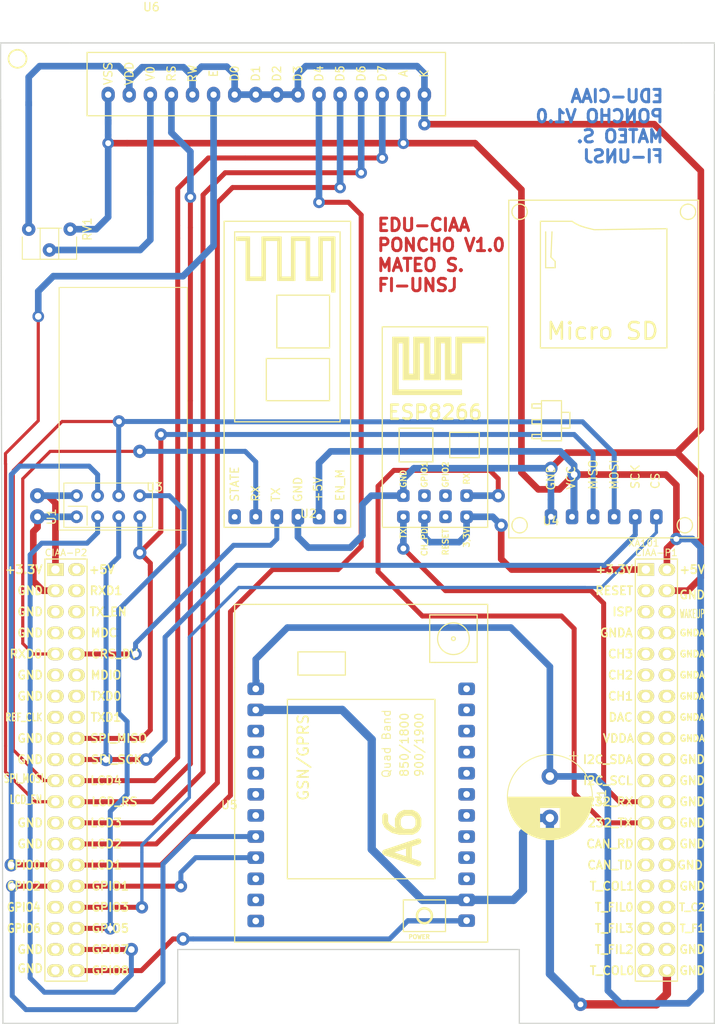
<source format=kicad_pcb>
(kicad_pcb (version 20171130) (host pcbnew "(5.0.0)")

  (general
    (thickness 1.6)
    (drawings 17)
    (tracks 398)
    (zones 0)
    (modules 9)
    (nets 102)
  )

  (page A4)
  (title_block
    (title "Poncho Básico (Cambiar por el nombre del Poncho)")
    (date 2016-08-07)
    (rev 1.0)
    (company "Proyecto CIAA - COMPUTADORA INDUSTRIAL ABIERTA ARGENTINA")
    (comment 1 https://github.com/ciaa/Ponchos/tree/master/Basico/doc)
    (comment 2 "Autores y Licencia del template (Diego Brengi - UNLaM)")
    (comment 3 "Autor del poncho (COMPLETAR NOMBRE Y APELLIDO). Ver directorio \"doc\"")
  )

  (layers
    (0 F.Cu signal)
    (31 B.Cu signal)
    (32 B.Adhes user)
    (33 F.Adhes user)
    (34 B.Paste user)
    (35 F.Paste user)
    (36 B.SilkS user)
    (37 F.SilkS user)
    (38 B.Mask user)
    (39 F.Mask user)
    (40 Dwgs.User user)
    (41 Cmts.User user)
    (42 Eco1.User user)
    (43 Eco2.User user)
    (44 Edge.Cuts user)
    (45 Margin user)
    (46 B.CrtYd user)
    (47 F.CrtYd user)
    (48 B.Fab user)
    (49 F.Fab user)
  )

  (setup
    (last_trace_width 0.6)
    (user_trace_width 0.38)
    (user_trace_width 0.6)
    (user_trace_width 0.6)
    (user_trace_width 0.8)
    (user_trace_width 1)
    (user_trace_width 1.016)
    (user_trace_width 1.27)
    (user_trace_width 2)
    (trace_clearance 0.6)
    (zone_clearance 0.508)
    (zone_45_only no)
    (trace_min 0.38)
    (segment_width 0.2)
    (edge_width 0.15)
    (via_size 1.2)
    (via_drill 0.7)
    (via_min_size 1.2)
    (via_min_drill 0.7)
    (user_via 1.4 0.8)
    (user_via 1.5 0.7)
    (uvia_size 0.3)
    (uvia_drill 0.1)
    (uvias_allowed no)
    (uvia_min_size 0)
    (uvia_min_drill 0)
    (pcb_text_width 0.3)
    (pcb_text_size 1.5 1.5)
    (mod_edge_width 0.15)
    (mod_text_size 0.000001 0.000001)
    (mod_text_width 0.15)
    (pad_size 1.5 1.5)
    (pad_drill 0.7)
    (pad_to_mask_clearance 0.2)
    (aux_axis_origin 0 0)
    (visible_elements 7FFEFF7F)
    (pcbplotparams
      (layerselection 0x00020_80000000)
      (usegerberextensions false)
      (usegerberattributes false)
      (usegerberadvancedattributes false)
      (creategerberjobfile false)
      (excludeedgelayer false)
      (linewidth 0.100000)
      (plotframeref false)
      (viasonmask false)
      (mode 1)
      (useauxorigin false)
      (hpglpennumber 1)
      (hpglpenspeed 20)
      (hpglpendiameter 15.000000)
      (psnegative false)
      (psa4output false)
      (plotreference true)
      (plotvalue false)
      (plotinvisibletext false)
      (padsonsilk false)
      (subtractmaskfromsilk false)
      (outputformat 1)
      (mirror false)
      (drillshape 0)
      (scaleselection 1)
      (outputdirectory ""))
  )

  (net 0 "")
  (net 1 +5V)
  (net 2 GND)
  (net 3 +3.3VP)
  (net 4 "Net-(XA101-Pad11)")
  (net 5 "Net-(XA101-Pad13)")
  (net 6 "Net-(XA101-Pad6)")
  (net 7 "Net-(XA101-Pad15)")
  (net 8 "Net-(XA101-Pad17)")
  (net 9 "Net-(XA101-Pad19)")
  (net 10 "Net-(XA101-Pad21)")
  (net 11 "Net-(XA101-Pad27)")
  (net 12 "Net-(XA101-Pad29)")
  (net 13 "Net-(XA101-Pad31)")
  (net 14 "Net-(XA101-Pad33)")
  (net 15 "Net-(XA101-Pad34)")
  (net 16 "Net-(XA101-Pad36)")
  (net 17 "Net-(XA101-Pad35)")
  (net 18 "Net-(XA101-Pad37)")
  (net 19 "Net-(XA101-Pad3)")
  (net 20 "Net-(XA101-Pad5)")
  (net 21 "Net-(XA101-Pad9)")
  (net 22 "Net-(XA101-Pad39)")
  (net 23 "Net-(XA101-Pad44)")
  (net 24 "Net-(XA101-Pad46)")
  (net 25 "Net-(XA101-Pad48)")
  (net 26 "Net-(XA101-Pad52)")
  (net 27 "Net-(XA101-Pad54)")
  (net 28 "Net-(XA101-Pad55)")
  (net 29 "Net-(XA101-Pad73)")
  (net 30 "Net-(XA101-Pad75)")
  (net 31 "Net-(U2-Pad2)")
  (net 32 "Net-(U2-Pad3)")
  (net 33 "Net-(U3-Pad1)")
  (net 34 "Net-(U3-Pad6)")
  (net 35 "Net-(U2-Pad7)")
  (net 36 "Net-(U5-Pad13)")
  (net 37 "Net-(U5-Pad14)")
  (net 38 "Net-(U5-Pad3)")
  (net 39 "Net-(U5-Pad15)")
  (net 40 "Net-(U5-Pad4)")
  (net 41 "Net-(U5-Pad16)")
  (net 42 "Net-(U5-Pad5)")
  (net 43 "Net-(U5-Pad17)")
  (net 44 "Net-(U5-Pad6)")
  (net 45 "Net-(U5-Pad18)")
  (net 46 "Net-(U5-Pad7)")
  (net 47 "Net-(U5-Pad19)")
  (net 48 "Net-(U5-Pad20)")
  (net 49 "Net-(U5-Pad21)")
  (net 50 "Net-(U5-Pad10)")
  (net 51 "Net-(U5-Pad22)")
  (net 52 "Net-(U5-Pad11)")
  (net 53 "Net-(U5-Pad12)")
  (net 54 "Net-(XA101-Pad56)")
  (net 55 +3V3)
  (net 56 "Net-(RV1-Pad2)")
  (net 57 /RS)
  (net 58 /E)
  (net 59 /D4)
  (net 60 /D5)
  (net 61 /D6)
  (net 62 /D7)
  (net 63 /CE)
  (net 64 /CSN)
  (net 65 /SCK)
  (net 66 /MOSI)
  (net 67 /MISO)
  (net 68 /IRQ)
  (net 69 /UART2_RX)
  (net 70 /UART2_TX)
  (net 71 /CS)
  (net 72 /UART0_RX)
  (net 73 /UART0_TX)
  (net 74 /PWR_A6)
  (net 75 "Net-(XA101-Pad79)")
  (net 76 "Net-(XA101-Pad77)")
  (net 77 "Net-(XA101-Pad67)")
  (net 78 "Net-(XA101-Pad65)")
  (net 79 "Net-(XA101-Pad59)")
  (net 80 "Net-(XA101-Pad57)")
  (net 81 "Net-(XA101-Pad53)")
  (net 82 "Net-(XA101-Pad51)")
  (net 83 "Net-(XA101-Pad47)")
  (net 84 "Net-(XA101-Pad45)")
  (net 85 "Net-(XA101-Pad30)")
  (net 86 "Net-(XA101-Pad7)")
  (net 87 "Net-(XA101-Pad38)")
  (net 88 "Net-(XA101-Pad32)")
  (net 89 "Net-(XA101-Pad28)")
  (net 90 "Net-(XA101-Pad26)")
  (net 91 "Net-(XA101-Pad24)")
  (net 92 "Net-(XA101-Pad22)")
  (net 93 "Net-(XA101-Pad20)")
  (net 94 "Net-(XA101-Pad18)")
  (net 95 "Net-(XA101-Pad16)")
  (net 96 /UART3_RX)
  (net 97 "Net-(XA101-Pad14)")
  (net 98 "Net-(XA101-Pad12)")
  (net 99 "Net-(XA101-Pad10)")
  (net 100 "Net-(XA101-Pad8)")
  (net 101 /UART3_TX)

  (net_class Default "This is the default net class."
    (clearance 0.6)
    (trace_width 0.6)
    (via_dia 1.2)
    (via_drill 0.7)
    (uvia_dia 0.3)
    (uvia_drill 0.1)
    (diff_pair_gap 0.25)
    (diff_pair_width 0.4)
    (add_net +3.3VP)
    (add_net +3V3)
    (add_net +5V)
    (add_net /CE)
    (add_net /CS)
    (add_net /CSN)
    (add_net /D4)
    (add_net /D5)
    (add_net /D6)
    (add_net /D7)
    (add_net /E)
    (add_net /IRQ)
    (add_net /MISO)
    (add_net /MOSI)
    (add_net /PWR_A6)
    (add_net /RS)
    (add_net /SCK)
    (add_net /UART0_RX)
    (add_net /UART0_TX)
    (add_net /UART2_RX)
    (add_net /UART2_TX)
    (add_net /UART3_RX)
    (add_net /UART3_TX)
    (add_net GND)
    (add_net "Net-(RV1-Pad2)")
    (add_net "Net-(U2-Pad2)")
    (add_net "Net-(U2-Pad3)")
    (add_net "Net-(U2-Pad7)")
    (add_net "Net-(U3-Pad1)")
    (add_net "Net-(U3-Pad6)")
    (add_net "Net-(U5-Pad10)")
    (add_net "Net-(U5-Pad11)")
    (add_net "Net-(U5-Pad12)")
    (add_net "Net-(U5-Pad13)")
    (add_net "Net-(U5-Pad14)")
    (add_net "Net-(U5-Pad15)")
    (add_net "Net-(U5-Pad16)")
    (add_net "Net-(U5-Pad17)")
    (add_net "Net-(U5-Pad18)")
    (add_net "Net-(U5-Pad19)")
    (add_net "Net-(U5-Pad20)")
    (add_net "Net-(U5-Pad21)")
    (add_net "Net-(U5-Pad22)")
    (add_net "Net-(U5-Pad3)")
    (add_net "Net-(U5-Pad4)")
    (add_net "Net-(U5-Pad5)")
    (add_net "Net-(U5-Pad6)")
    (add_net "Net-(U5-Pad7)")
    (add_net "Net-(XA101-Pad10)")
    (add_net "Net-(XA101-Pad11)")
    (add_net "Net-(XA101-Pad12)")
    (add_net "Net-(XA101-Pad13)")
    (add_net "Net-(XA101-Pad14)")
    (add_net "Net-(XA101-Pad15)")
    (add_net "Net-(XA101-Pad16)")
    (add_net "Net-(XA101-Pad17)")
    (add_net "Net-(XA101-Pad18)")
    (add_net "Net-(XA101-Pad19)")
    (add_net "Net-(XA101-Pad20)")
    (add_net "Net-(XA101-Pad21)")
    (add_net "Net-(XA101-Pad22)")
    (add_net "Net-(XA101-Pad24)")
    (add_net "Net-(XA101-Pad26)")
    (add_net "Net-(XA101-Pad27)")
    (add_net "Net-(XA101-Pad28)")
    (add_net "Net-(XA101-Pad29)")
    (add_net "Net-(XA101-Pad3)")
    (add_net "Net-(XA101-Pad30)")
    (add_net "Net-(XA101-Pad31)")
    (add_net "Net-(XA101-Pad32)")
    (add_net "Net-(XA101-Pad33)")
    (add_net "Net-(XA101-Pad34)")
    (add_net "Net-(XA101-Pad35)")
    (add_net "Net-(XA101-Pad36)")
    (add_net "Net-(XA101-Pad37)")
    (add_net "Net-(XA101-Pad38)")
    (add_net "Net-(XA101-Pad39)")
    (add_net "Net-(XA101-Pad44)")
    (add_net "Net-(XA101-Pad45)")
    (add_net "Net-(XA101-Pad46)")
    (add_net "Net-(XA101-Pad47)")
    (add_net "Net-(XA101-Pad48)")
    (add_net "Net-(XA101-Pad5)")
    (add_net "Net-(XA101-Pad51)")
    (add_net "Net-(XA101-Pad52)")
    (add_net "Net-(XA101-Pad53)")
    (add_net "Net-(XA101-Pad54)")
    (add_net "Net-(XA101-Pad55)")
    (add_net "Net-(XA101-Pad56)")
    (add_net "Net-(XA101-Pad57)")
    (add_net "Net-(XA101-Pad59)")
    (add_net "Net-(XA101-Pad6)")
    (add_net "Net-(XA101-Pad65)")
    (add_net "Net-(XA101-Pad67)")
    (add_net "Net-(XA101-Pad7)")
    (add_net "Net-(XA101-Pad73)")
    (add_net "Net-(XA101-Pad75)")
    (add_net "Net-(XA101-Pad77)")
    (add_net "Net-(XA101-Pad79)")
    (add_net "Net-(XA101-Pad8)")
    (add_net "Net-(XA101-Pad9)")
  )

  (module footprint:Conn_Poncho_SinBorde locked (layer F.Cu) (tedit 5BA96D29) (tstamp 57A7DEE4)
    (at 137.16 86.36)
    (tags "CONN Poncho")
    (path /57A7A0F8)
    (fp_text reference XA101 (at -0.254 -3.175) (layer F.SilkS)
      (effects (font (size 0.8 0.8) (thickness 0.12)))
    )
    (fp_text value Conn_Poncho2P_2x_20x2 (at -1.905 51.181) (layer F.SilkS) hide
      (effects (font (size 1.016 1.016) (thickness 0.2032)))
    )
    (fp_line (start 3.81 -1.27) (end -1.27 -1.27) (layer F.SilkS) (width 0.15))
    (fp_line (start 3.81 49.53) (end -1.27 49.53) (layer F.SilkS) (width 0.15))
    (fp_line (start 3.81 49.53) (end 3.81 -1.27) (layer F.SilkS) (width 0.15))
    (fp_line (start -1.27 49.53) (end -1.27 -1.27) (layer F.SilkS) (width 0.15))
    (fp_line (start -72.39 49.53) (end -72.39 0) (layer F.SilkS) (width 0.15))
    (fp_line (start -67.31 49.53) (end -72.39 49.53) (layer F.SilkS) (width 0.15))
    (fp_line (start -67.31 -1.27) (end -67.31 49.53) (layer F.SilkS) (width 0.15))
    (fp_line (start -72.39 -1.27) (end -67.31 -1.27) (layer F.SilkS) (width 0.15))
    (fp_line (start -72.39 0) (end -72.39 -1.27) (layer F.SilkS) (width 0.15))
    (fp_text user +3.3V (at -3.81 0) (layer F.SilkS)
      (effects (font (size 1 1) (thickness 0.2)))
    )
    (fp_text user CIAA-P1 (at 1.27 -2.032) (layer F.SilkS)
      (effects (font (size 0.8 0.8) (thickness 0.12)))
    )
    (fp_text user CIAA-P2 (at -69.85 -2.032) (layer F.SilkS)
      (effects (font (size 0.8 0.8) (thickness 0.12)))
    )
    (fp_text user RESET (at -3.81 2.54) (layer F.SilkS)
      (effects (font (size 1 1) (thickness 0.2)))
    )
    (fp_text user ISP (at -2.794 5.08) (layer F.SilkS)
      (effects (font (size 1 1) (thickness 0.2)))
    )
    (fp_text user GNDA (at -3.556 7.62) (layer F.SilkS)
      (effects (font (size 1 1) (thickness 0.2)))
    )
    (fp_text user CH3 (at -3.048 10.16) (layer F.SilkS)
      (effects (font (size 1 1) (thickness 0.2)))
    )
    (fp_text user CH2 (at -3.048 12.7) (layer F.SilkS)
      (effects (font (size 1 1) (thickness 0.2)))
    )
    (fp_text user CH1 (at -3.048 15.24) (layer F.SilkS)
      (effects (font (size 1 1) (thickness 0.2)))
    )
    (fp_text user DAC (at -3.048 17.78) (layer F.SilkS)
      (effects (font (size 1 1) (thickness 0.2)))
    )
    (fp_text user VDDA (at -3.302 20.32) (layer F.SilkS)
      (effects (font (size 1 1) (thickness 0.2)))
    )
    (fp_text user I2C_SDA (at -4.572 22.86) (layer F.SilkS)
      (effects (font (size 1 1) (thickness 0.2)))
    )
    (fp_text user I2C_SCL (at -4.572 25.4) (layer F.SilkS)
      (effects (font (size 1 1) (thickness 0.2)))
    )
    (fp_text user 232_RX (at -4.318 27.94) (layer F.SilkS)
      (effects (font (size 1 1) (thickness 0.2)))
    )
    (fp_text user 232_TX (at -4.318 30.48) (layer F.SilkS)
      (effects (font (size 1 1) (thickness 0.2)))
    )
    (fp_text user CAN_RD (at -4.318 33.02) (layer F.SilkS)
      (effects (font (size 1 1) (thickness 0.2)))
    )
    (fp_text user CAN_TD (at -4.318 35.56) (layer F.SilkS)
      (effects (font (size 1 1) (thickness 0.2)))
    )
    (fp_text user T_COL1 (at -4.064 38.1) (layer F.SilkS)
      (effects (font (size 1 1) (thickness 0.2)))
    )
    (fp_text user T_FIL0 (at -3.81 40.64) (layer F.SilkS)
      (effects (font (size 1 1) (thickness 0.2)))
    )
    (fp_text user T_FIL3 (at -3.81 43.18) (layer F.SilkS)
      (effects (font (size 1 1) (thickness 0.2)))
    )
    (fp_text user T_FIL2 (at -3.81 45.72) (layer F.SilkS)
      (effects (font (size 1 1) (thickness 0.2)))
    )
    (fp_text user T_COL0 (at -4.064 48.26) (layer F.SilkS)
      (effects (font (size 1 1) (thickness 0.2)))
    )
    (fp_text user +5V (at 5.588 0) (layer F.SilkS)
      (effects (font (size 1 1) (thickness 0.2)))
    )
    (fp_text user GND (at 5.588 3.048) (layer F.SilkS)
      (effects (font (size 1 1) (thickness 0.2)))
    )
    (fp_text user WAKEUP (at 5.588 5.334) (layer F.SilkS)
      (effects (font (size 1 0.5) (thickness 0.125)))
    )
    (fp_text user GNDA (at 5.588 7.62) (layer F.SilkS)
      (effects (font (size 0.76 0.76) (thickness 0.19)))
    )
    (fp_text user GNDA (at 5.588 10.16) (layer F.SilkS)
      (effects (font (size 0.76 0.76) (thickness 0.19)))
    )
    (fp_text user GNDA (at 5.588 12.7) (layer F.SilkS)
      (effects (font (size 0.76 0.76) (thickness 0.19)))
    )
    (fp_text user GNDA (at 5.588 15.24) (layer F.SilkS)
      (effects (font (size 0.76 0.76) (thickness 0.19)))
    )
    (fp_text user GNDA (at 5.588 17.78) (layer F.SilkS)
      (effects (font (size 0.76 0.76) (thickness 0.19)))
    )
    (fp_text user GNDA (at 5.588 20.32) (layer F.SilkS)
      (effects (font (size 0.76 0.76) (thickness 0.19)))
    )
    (fp_text user GND (at 5.588 22.86) (layer F.SilkS)
      (effects (font (size 1 1) (thickness 0.2)))
    )
    (fp_text user GND (at 5.588 25.4) (layer F.SilkS)
      (effects (font (size 1 1) (thickness 0.2)))
    )
    (fp_text user GND (at 5.588 27.94) (layer F.SilkS)
      (effects (font (size 1 1) (thickness 0.2)))
    )
    (fp_text user GND (at 5.588 30.48) (layer F.SilkS)
      (effects (font (size 1 1) (thickness 0.2)))
    )
    (fp_text user GND (at 5.588 33.02) (layer F.SilkS)
      (effects (font (size 1 1) (thickness 0.2)))
    )
    (fp_text user GND (at 5.334 35.56) (layer F.SilkS)
      (effects (font (size 1 1) (thickness 0.2)))
    )
    (fp_text user GND (at 5.588 38.1) (layer F.SilkS)
      (effects (font (size 1 1) (thickness 0.2)))
    )
    (fp_text user T_C2 (at 5.588 40.64) (layer F.SilkS)
      (effects (font (size 0.9 0.9) (thickness 0.18)))
    )
    (fp_text user T_F1 (at 5.588 43.18) (layer F.SilkS)
      (effects (font (size 0.9 0.9) (thickness 0.18)))
    )
    (fp_text user GND (at 5.588 45.72) (layer F.SilkS)
      (effects (font (size 1 1) (thickness 0.2)))
    )
    (fp_text user GND (at 5.588 48.26) (layer F.SilkS)
      (effects (font (size 1 1) (thickness 0.2)))
    )
    (fp_text user +3.3V (at -74.93 0) (layer F.SilkS)
      (effects (font (size 1 1) (thickness 0.2)))
    )
    (fp_text user GND (at -74.168 2.54) (layer F.SilkS)
      (effects (font (size 1 1) (thickness 0.2)))
    )
    (fp_text user GND (at -74.168 5.08) (layer F.SilkS)
      (effects (font (size 1 1) (thickness 0.2)))
    )
    (fp_text user RXD0 (at -74.676 10.16) (layer F.SilkS)
      (effects (font (size 1 1) (thickness 0.2)))
    )
    (fp_text user GND (at -74.168 7.62) (layer F.SilkS)
      (effects (font (size 1 1) (thickness 0.2)))
    )
    (fp_text user GND (at -74.168 12.7) (layer F.SilkS)
      (effects (font (size 1 1) (thickness 0.2)))
    )
    (fp_text user GND (at -74.168 15.24) (layer F.SilkS)
      (effects (font (size 1 1) (thickness 0.2)))
    )
    (fp_text user REF_CLK (at -74.93 17.78) (layer F.SilkS)
      (effects (font (size 0.9 0.7) (thickness 0.175)))
    )
    (fp_text user GND (at -74.168 20.32) (layer F.SilkS)
      (effects (font (size 1 1) (thickness 0.2)))
    )
    (fp_text user GND (at -74.168 22.86) (layer F.SilkS)
      (effects (font (size 1 1) (thickness 0.2)))
    )
    (fp_text user SPI_MOSI (at -74.93 25.146) (layer F.SilkS)
      (effects (font (size 1 0.7) (thickness 0.17)))
    )
    (fp_text user LCD_EN (at -74.676 27.686) (layer F.SilkS)
      (effects (font (size 1 0.7) (thickness 0.17)))
    )
    (fp_text user GND (at -74.168 30.48) (layer F.SilkS)
      (effects (font (size 1 1) (thickness 0.2)))
    )
    (fp_text user GND (at -74.168 33.02) (layer F.SilkS)
      (effects (font (size 1 1) (thickness 0.2)))
    )
    (fp_text user GPIO0 (at -74.93 35.56) (layer F.SilkS)
      (effects (font (size 1 0.9) (thickness 0.2)))
    )
    (fp_text user GPIO2 (at -74.93 38.1) (layer F.SilkS)
      (effects (font (size 1 0.9) (thickness 0.2)))
    )
    (fp_text user GPIO4 (at -74.93 40.64) (layer F.SilkS)
      (effects (font (size 1 0.9) (thickness 0.2)))
    )
    (fp_text user GPIO6 (at -74.93 43.18) (layer F.SilkS)
      (effects (font (size 1 0.9) (thickness 0.2)))
    )
    (fp_text user GND (at -74.168 45.72) (layer F.SilkS)
      (effects (font (size 1 1) (thickness 0.2)))
    )
    (fp_text user GND (at -74.168 48.006) (layer F.SilkS)
      (effects (font (size 1 1) (thickness 0.2)))
    )
    (fp_text user +5V (at -65.532 0) (layer F.SilkS)
      (effects (font (size 1 1) (thickness 0.2)))
    )
    (fp_text user RXD1 (at -65.024 2.54) (layer F.SilkS)
      (effects (font (size 1 1) (thickness 0.2)))
    )
    (fp_text user TX_EN (at -64.77 5.08) (layer F.SilkS)
      (effects (font (size 1 1) (thickness 0.2)))
    )
    (fp_text user MDC (at -65.278 7.62) (layer F.SilkS)
      (effects (font (size 1 1) (thickness 0.2)))
    )
    (fp_text user CRS_DV (at -64.008 10.16) (layer F.SilkS)
      (effects (font (size 1 1) (thickness 0.2)))
    )
    (fp_text user MDIO (at -65.024 12.7) (layer F.SilkS)
      (effects (font (size 1 1) (thickness 0.2)))
    )
    (fp_text user TXD0 (at -65.024 15.24) (layer F.SilkS)
      (effects (font (size 1 1) (thickness 0.2)))
    )
    (fp_text user TXD1 (at -65.024 17.78) (layer F.SilkS)
      (effects (font (size 1 1) (thickness 0.2)))
    )
    (fp_text user SPI_MISO (at -63.5 20.32) (layer F.SilkS)
      (effects (font (size 1 1) (thickness 0.2)))
    )
    (fp_text user SPI_SCK (at -63.754 22.86) (layer F.SilkS)
      (effects (font (size 1 1) (thickness 0.2)))
    )
    (fp_text user LCD4 (at -65.024 25.4) (layer F.SilkS)
      (effects (font (size 1 1) (thickness 0.2)))
    )
    (fp_text user LCD_RS (at -64.008 27.94) (layer F.SilkS)
      (effects (font (size 1 1) (thickness 0.2)))
    )
    (fp_text user LCD3 (at -65.024 30.48) (layer F.SilkS)
      (effects (font (size 1 1) (thickness 0.2)))
    )
    (fp_text user LCD2 (at -65.024 33.02) (layer F.SilkS)
      (effects (font (size 1 1) (thickness 0.2)))
    )
    (fp_text user LCD1 (at -65.024 35.56) (layer F.SilkS)
      (effects (font (size 1 1) (thickness 0.2)))
    )
    (fp_text user GPIO1 (at -64.516 38.1) (layer F.SilkS)
      (effects (font (size 1 1) (thickness 0.2)))
    )
    (fp_text user GPIO3 (at -64.516 40.64) (layer F.SilkS)
      (effects (font (size 1 1) (thickness 0.2)))
    )
    (fp_text user GPIO5 (at -64.516 43.18) (layer F.SilkS)
      (effects (font (size 1 1) (thickness 0.2)))
    )
    (fp_text user GPIO7 (at -64.516 45.72) (layer F.SilkS)
      (effects (font (size 1 1) (thickness 0.2)))
    )
    (fp_text user GPIO8 (at -64.516 48.26) (layer F.SilkS)
      (effects (font (size 1 1) (thickness 0.2)))
    )
    (pad 80 thru_hole oval (at -68.58 48.26 270) (size 1.524 2) (drill 1.016) (layers *.Mask F.Cu F.SilkS)
      (net 74 /PWR_A6))
    (pad 79 thru_hole oval (at -71.12 48.26 270) (size 1.524 2) (drill 1.016) (layers *.Mask F.Cu F.SilkS)
      (net 75 "Net-(XA101-Pad79)"))
    (pad 78 thru_hole oval (at -68.58 45.72 270) (size 1.524 2) (drill 1.016) (layers *.Mask F.Cu F.SilkS)
      (net 63 /CE))
    (pad 77 thru_hole oval (at -71.12 45.72 270) (size 1.524 2) (drill 1.016) (layers *.Mask F.Cu F.SilkS)
      (net 76 "Net-(XA101-Pad77)"))
    (pad 76 thru_hole oval (at -68.58 43.18 270) (size 1.524 2) (drill 1.016) (layers *.Mask F.Cu F.SilkS)
      (net 68 /IRQ))
    (pad 75 thru_hole oval (at -71.12 43.18 270) (size 1.524 2) (drill 1.016) (layers *.Mask F.Cu F.SilkS)
      (net 30 "Net-(XA101-Pad75)"))
    (pad 74 thru_hole oval (at -68.58 40.64 270) (size 1.524 2) (drill 1.016) (layers *.Mask F.Cu F.SilkS)
      (net 71 /CS))
    (pad 73 thru_hole oval (at -71.12 40.64 270) (size 1.524 2) (drill 1.016) (layers *.Mask F.Cu F.SilkS)
      (net 29 "Net-(XA101-Pad73)"))
    (pad 72 thru_hole oval (at -68.58 38.1 270) (size 1.524 2) (drill 1.016) (layers *.Mask F.Cu F.SilkS)
      (net 73 /UART0_TX))
    (pad 71 thru_hole oval (at -71.12 38.1 270) (size 1.524 2) (drill 1.016) (layers *.Mask F.Cu F.SilkS)
      (net 72 /UART0_RX))
    (pad 70 thru_hole oval (at -68.58 35.56 270) (size 1.524 2) (drill 1.016) (layers *.Mask F.Cu F.SilkS)
      (net 59 /D4))
    (pad 69 thru_hole oval (at -71.12 35.56 270) (size 1.524 2) (drill 1.016) (layers *.Mask F.Cu F.SilkS)
      (net 64 /CSN))
    (pad 68 thru_hole oval (at -68.58 33.02 270) (size 1.524 2) (drill 1.016) (layers *.Mask F.Cu F.SilkS)
      (net 60 /D5))
    (pad 67 thru_hole oval (at -71.12 33.02 270) (size 1.524 2) (drill 1.016) (layers *.Mask F.Cu F.SilkS)
      (net 77 "Net-(XA101-Pad67)"))
    (pad 66 thru_hole oval (at -68.58 30.48 270) (size 1.524 2) (drill 1.016) (layers *.Mask F.Cu F.SilkS)
      (net 61 /D6))
    (pad 65 thru_hole oval (at -71.12 30.48 270) (size 1.524 2) (drill 1.016) (layers *.Mask F.Cu F.SilkS)
      (net 78 "Net-(XA101-Pad65)"))
    (pad 64 thru_hole oval (at -68.58 27.94 270) (size 1.524 2) (drill 1.016) (layers *.Mask F.Cu F.SilkS)
      (net 57 /RS))
    (pad 63 thru_hole oval (at -71.12 27.94 270) (size 1.524 2) (drill 1.016) (layers *.Mask F.Cu F.SilkS)
      (net 58 /E))
    (pad 62 thru_hole oval (at -68.58 25.4 270) (size 1.524 2) (drill 1.016) (layers *.Mask F.Cu F.SilkS)
      (net 62 /D7))
    (pad 61 thru_hole oval (at -71.12 25.4 270) (size 1.524 2) (drill 1.016) (layers *.Mask F.Cu F.SilkS)
      (net 66 /MOSI))
    (pad 60 thru_hole oval (at -68.58 22.86 270) (size 1.524 2) (drill 1.016) (layers *.Mask F.Cu F.SilkS)
      (net 65 /SCK))
    (pad 59 thru_hole oval (at -71.12 22.86 270) (size 1.524 2) (drill 1.016) (layers *.Mask F.Cu F.SilkS)
      (net 79 "Net-(XA101-Pad59)"))
    (pad 58 thru_hole oval (at -68.58 20.32 270) (size 1.524 2) (drill 1.016) (layers *.Mask F.Cu F.SilkS)
      (net 67 /MISO))
    (pad 57 thru_hole oval (at -71.12 20.32 270) (size 1.524 2) (drill 1.016) (layers *.Mask F.Cu F.SilkS)
      (net 80 "Net-(XA101-Pad57)"))
    (pad 56 thru_hole oval (at -68.58 17.78 270) (size 1.524 2) (drill 1.016) (layers *.Mask F.Cu F.SilkS)
      (net 54 "Net-(XA101-Pad56)"))
    (pad 55 thru_hole oval (at -71.12 17.78 270) (size 1.524 2) (drill 1.016) (layers *.Mask F.Cu F.SilkS)
      (net 28 "Net-(XA101-Pad55)"))
    (pad 54 thru_hole oval (at -68.58 15.24 270) (size 1.524 2) (drill 1.016) (layers *.Mask F.Cu F.SilkS)
      (net 27 "Net-(XA101-Pad54)"))
    (pad 53 thru_hole oval (at -71.12 15.24 270) (size 1.524 2) (drill 1.016) (layers *.Mask F.Cu F.SilkS)
      (net 81 "Net-(XA101-Pad53)"))
    (pad 52 thru_hole oval (at -68.58 12.7 270) (size 1.524 2) (drill 1.016) (layers *.Mask F.Cu F.SilkS)
      (net 26 "Net-(XA101-Pad52)"))
    (pad 51 thru_hole oval (at -71.12 12.7 270) (size 1.524 2) (drill 1.016) (layers *.Mask F.Cu F.SilkS)
      (net 82 "Net-(XA101-Pad51)"))
    (pad 50 thru_hole oval (at -68.58 10.16 270) (size 1.524 2) (drill 1.016) (layers *.Mask F.Cu F.SilkS)
      (net 69 /UART2_RX))
    (pad 49 thru_hole oval (at -71.12 10.16 270) (size 1.524 2) (drill 1.016) (layers *.Mask F.Cu F.SilkS)
      (net 70 /UART2_TX))
    (pad 48 thru_hole oval (at -68.58 7.62 270) (size 1.524 2) (drill 1.016) (layers *.Mask F.Cu F.SilkS)
      (net 25 "Net-(XA101-Pad48)"))
    (pad 47 thru_hole oval (at -71.12 7.62 270) (size 1.524 2) (drill 1.016) (layers *.Mask F.Cu F.SilkS)
      (net 83 "Net-(XA101-Pad47)"))
    (pad 46 thru_hole oval (at -68.58 5.08 270) (size 1.524 2) (drill 1.016) (layers *.Mask F.Cu F.SilkS)
      (net 24 "Net-(XA101-Pad46)"))
    (pad 45 thru_hole oval (at -71.12 5.08 270) (size 1.524 2) (drill 1.016) (layers *.Mask F.Cu F.SilkS)
      (net 84 "Net-(XA101-Pad45)"))
    (pad 44 thru_hole oval (at -68.58 2.54 270) (size 1.524 2) (drill 1.016) (layers *.Mask F.Cu F.SilkS)
      (net 23 "Net-(XA101-Pad44)"))
    (pad 43 thru_hole oval (at -71.12 2.54 270) (size 1.524 2) (drill 1.016) (layers *.Mask F.Cu F.SilkS)
      (net 2 GND))
    (pad 42 thru_hole oval (at -68.58 0 270) (size 1.524 2) (drill 1.016) (layers *.Mask F.Cu F.SilkS)
      (net 1 +5V))
    (pad 41 thru_hole rect (at -71.12 0 270) (size 1.524 2) (drill 1.016) (layers *.Mask F.Cu F.SilkS)
      (net 3 +3.3VP))
    (pad 30 thru_hole oval (at 2.54 35.56 270) (size 1.524 2) (drill 1.016) (layers *.Mask F.Cu F.SilkS)
      (net 85 "Net-(XA101-Pad30)"))
    (pad 40 thru_hole oval (at 2.54 48.26 270) (size 1.524 2) (drill 1.016) (layers *.Mask F.Cu F.SilkS)
      (net 2 GND))
    (pad 39 thru_hole oval (at 0 48.26 270) (size 1.524 2) (drill 1.016) (layers *.Mask F.Cu F.SilkS)
      (net 22 "Net-(XA101-Pad39)"))
    (pad 9 thru_hole oval (at 0 10.16 270) (size 1.524 2) (drill 1.016) (layers *.Mask F.Cu F.SilkS)
      (net 21 "Net-(XA101-Pad9)"))
    (pad 7 thru_hole oval (at 0 7.62 270) (size 1.524 2) (drill 1.016) (layers *.Mask F.Cu F.SilkS)
      (net 86 "Net-(XA101-Pad7)"))
    (pad 5 thru_hole oval (at 0 5.08 270) (size 1.524 2) (drill 1.016) (layers *.Mask F.Cu F.SilkS)
      (net 20 "Net-(XA101-Pad5)"))
    (pad 3 thru_hole oval (at 0 2.54 270) (size 1.524 2) (drill 1.016) (layers *.Mask F.Cu F.SilkS)
      (net 19 "Net-(XA101-Pad3)"))
    (pad 37 thru_hole oval (at 0 45.72 270) (size 1.524 2) (drill 1.016) (layers *.Mask F.Cu F.SilkS)
      (net 18 "Net-(XA101-Pad37)"))
    (pad 35 thru_hole oval (at 0 43.18 270) (size 1.524 2) (drill 1.016) (layers *.Mask F.Cu F.SilkS)
      (net 17 "Net-(XA101-Pad35)"))
    (pad 38 thru_hole oval (at 2.54 45.72 270) (size 1.524 2) (drill 1.016) (layers *.Mask F.Cu F.SilkS)
      (net 87 "Net-(XA101-Pad38)"))
    (pad 36 thru_hole oval (at 2.54 43.18 270) (size 1.524 2) (drill 1.016) (layers *.Mask F.Cu F.SilkS)
      (net 16 "Net-(XA101-Pad36)"))
    (pad 34 thru_hole oval (at 2.54 40.64 270) (size 1.524 2) (drill 1.016) (layers *.Mask F.Cu F.SilkS)
      (net 15 "Net-(XA101-Pad34)"))
    (pad 32 thru_hole oval (at 2.54 38.1 270) (size 1.524 2) (drill 1.016) (layers *.Mask F.Cu F.SilkS)
      (net 88 "Net-(XA101-Pad32)"))
    (pad 28 thru_hole oval (at 2.54 33.02 270) (size 1.524 2) (drill 1.016) (layers *.Mask F.Cu F.SilkS)
      (net 89 "Net-(XA101-Pad28)"))
    (pad 33 thru_hole oval (at 0 40.64 270) (size 1.524 2) (drill 1.016) (layers *.Mask F.Cu F.SilkS)
      (net 14 "Net-(XA101-Pad33)"))
    (pad 26 thru_hole oval (at 2.54 30.48 270) (size 1.524 2) (drill 1.016) (layers *.Mask F.Cu F.SilkS)
      (net 90 "Net-(XA101-Pad26)"))
    (pad 24 thru_hole oval (at 2.54 27.94 270) (size 1.524 2) (drill 1.016) (layers *.Mask F.Cu F.SilkS)
      (net 91 "Net-(XA101-Pad24)"))
    (pad 31 thru_hole oval (at 0 38.1 270) (size 1.524 2) (drill 1.016) (layers *.Mask F.Cu F.SilkS)
      (net 13 "Net-(XA101-Pad31)"))
    (pad 22 thru_hole oval (at 2.54 25.4 270) (size 1.524 2) (drill 1.016) (layers *.Mask F.Cu F.SilkS)
      (net 92 "Net-(XA101-Pad22)"))
    (pad 29 thru_hole oval (at 0 35.56 270) (size 1.524 2) (drill 1.016) (layers *.Mask F.Cu F.SilkS)
      (net 12 "Net-(XA101-Pad29)"))
    (pad 20 thru_hole oval (at 2.54 22.86 270) (size 1.524 2) (drill 1.016) (layers *.Mask F.Cu F.SilkS)
      (net 93 "Net-(XA101-Pad20)"))
    (pad 27 thru_hole oval (at 0 33.02 270) (size 1.524 2) (drill 1.016) (layers *.Mask F.Cu F.SilkS)
      (net 11 "Net-(XA101-Pad27)"))
    (pad 18 thru_hole oval (at 2.54 20.32 270) (size 1.524 2) (drill 1.016) (layers *.Mask F.Cu F.SilkS)
      (net 94 "Net-(XA101-Pad18)"))
    (pad 25 thru_hole oval (at 0 30.48 270) (size 1.524 2) (drill 1.016) (layers *.Mask F.Cu F.SilkS)
      (net 101 /UART3_TX))
    (pad 16 thru_hole oval (at 2.54 17.78 270) (size 1.524 2) (drill 1.016) (layers *.Mask F.Cu F.SilkS)
      (net 95 "Net-(XA101-Pad16)"))
    (pad 23 thru_hole oval (at 0 27.94 270) (size 1.524 2) (drill 1.016) (layers *.Mask F.Cu F.SilkS)
      (net 96 /UART3_RX))
    (pad 14 thru_hole oval (at 2.54 15.24 270) (size 1.524 2) (drill 1.016) (layers *.Mask F.Cu F.SilkS)
      (net 97 "Net-(XA101-Pad14)"))
    (pad 21 thru_hole oval (at 0 25.4 270) (size 1.524 2) (drill 1.016) (layers *.Mask F.Cu F.SilkS)
      (net 10 "Net-(XA101-Pad21)"))
    (pad 12 thru_hole oval (at 2.54 12.7 270) (size 1.524 2) (drill 1.016) (layers *.Mask F.Cu F.SilkS)
      (net 98 "Net-(XA101-Pad12)"))
    (pad 19 thru_hole oval (at 0 22.86 270) (size 1.524 2) (drill 1.016) (layers *.Mask F.Cu F.SilkS)
      (net 9 "Net-(XA101-Pad19)"))
    (pad 10 thru_hole oval (at 2.54 10.16 270) (size 1.524 2) (drill 1.016) (layers *.Mask F.Cu F.SilkS)
      (net 99 "Net-(XA101-Pad10)"))
    (pad 17 thru_hole oval (at 0 20.32 270) (size 1.524 2) (drill 1.016) (layers *.Mask F.Cu F.SilkS)
      (net 8 "Net-(XA101-Pad17)"))
    (pad 8 thru_hole oval (at 2.54 7.62 270) (size 1.524 2) (drill 1.016) (layers *.Mask F.Cu F.SilkS)
      (net 100 "Net-(XA101-Pad8)"))
    (pad 15 thru_hole oval (at 0 17.78 270) (size 1.524 2) (drill 1.016) (layers *.Mask F.Cu F.SilkS)
      (net 7 "Net-(XA101-Pad15)"))
    (pad 6 thru_hole oval (at 2.54 5.08 270) (size 1.524 2) (drill 1.016) (layers *.Mask F.Cu F.SilkS)
      (net 6 "Net-(XA101-Pad6)"))
    (pad 13 thru_hole oval (at 0 15.24 270) (size 1.524 2) (drill 1.016) (layers *.Mask F.Cu F.SilkS)
      (net 5 "Net-(XA101-Pad13)"))
    (pad 4 thru_hole oval (at 2.54 2.54 270) (size 1.524 2) (drill 1.016) (layers *.Mask F.Cu F.SilkS)
      (net 2 GND))
    (pad 11 thru_hole oval (at 0 12.7 270) (size 1.524 2) (drill 1.016) (layers *.Mask F.Cu F.SilkS)
      (net 4 "Net-(XA101-Pad11)"))
    (pad 2 thru_hole oval (at 2.54 0 270) (size 1.524 2) (drill 1.016) (layers *.Mask F.Cu F.SilkS)
      (net 1 +5V))
    (pad 1 thru_hole rect (at 0 0 270) (size 1.524 2) (drill 1.016) (layers *.Mask F.Cu F.SilkS)
      (net 55 +3V3))
  )

  (module footprint:lcd_1604 (layer F.Cu) (tedit 5BAD42FF) (tstamp 5BAAA547)
    (at 77.47 39.37)
    (path /5BB04F44)
    (fp_text reference U6 (at 0.127 -20.701) (layer F.SilkS)
      (effects (font (size 1 1) (thickness 0.15)))
    )
    (fp_text value lcd_1602 (at 0 -0.5) (layer F.Fab)
      (effects (font (size 1 1) (thickness 0.15)))
    )
    (fp_line (start -7.62 -15.24) (end -7.62 -7.62) (layer F.SilkS) (width 0.15))
    (fp_line (start -7.62 -7.62) (end 35.56 -7.62) (layer F.SilkS) (width 0.15))
    (fp_line (start 35.56 -7.62) (end 35.56 -15.24) (layer F.SilkS) (width 0.15))
    (fp_line (start 35.56 -15.24) (end -7.62 -15.24) (layer F.SilkS) (width 0.15))
    (fp_text user VSS (at -5.08 -12.7 90) (layer F.SilkS)
      (effects (font (size 1 1) (thickness 0.15)))
    )
    (fp_text user VDD (at -2.54 -12.7 90) (layer F.SilkS)
      (effects (font (size 1 1) (thickness 0.15)))
    )
    (fp_text user V0 (at 0 -12.7 90) (layer F.SilkS)
      (effects (font (size 1 1) (thickness 0.15)))
    )
    (fp_text user RS (at 2.54 -12.7 90) (layer F.SilkS)
      (effects (font (size 1 1) (thickness 0.15)))
    )
    (fp_text user RW (at 5.08 -12.7 90) (layer F.SilkS)
      (effects (font (size 1 1) (thickness 0.15)))
    )
    (fp_text user E (at 7.62 -12.7 90) (layer F.SilkS)
      (effects (font (size 1 1) (thickness 0.15)))
    )
    (fp_text user D0 (at 10.16 -12.7 90) (layer F.SilkS)
      (effects (font (size 1 1) (thickness 0.15)))
    )
    (fp_text user D1 (at 12.7 -12.7 90) (layer F.SilkS)
      (effects (font (size 1 1) (thickness 0.15)))
    )
    (fp_text user D2 (at 15.24 -12.7 90) (layer F.SilkS)
      (effects (font (size 1 1) (thickness 0.15)))
    )
    (fp_text user D3 (at 17.78 -12.7 90) (layer F.SilkS)
      (effects (font (size 1 1) (thickness 0.15)))
    )
    (fp_text user D4 (at 20.32 -12.7 90) (layer F.SilkS)
      (effects (font (size 1 1) (thickness 0.15)))
    )
    (fp_text user D5 (at 22.86 -12.7 90) (layer F.SilkS)
      (effects (font (size 1 1) (thickness 0.15)))
    )
    (fp_text user D6 (at 25.4 -12.7 90) (layer F.SilkS)
      (effects (font (size 1 1) (thickness 0.15)))
    )
    (fp_text user D7 (at 27.94 -12.7 90) (layer F.SilkS)
      (effects (font (size 1 1) (thickness 0.15)))
    )
    (fp_text user A (at 30.48 -12.7 90) (layer F.SilkS)
      (effects (font (size 1 1) (thickness 0.15)))
    )
    (fp_text user K (at 33.02 -12.7 90) (layer F.SilkS)
      (effects (font (size 1 1) (thickness 0.15)))
    )
    (pad 1 thru_hole oval (at -5.08 -10.16) (size 1.6 1.9) (drill 0.762) (layers *.Mask B.Cu)
      (net 1 +5V))
    (pad 2 thru_hole oval (at -2.54 -10.16) (size 1.6 1.9) (drill 0.762) (layers *.Mask B.Cu)
      (net 2 GND))
    (pad 3 thru_hole oval (at 0 -10.16) (size 1.6 1.9) (drill 0.762) (layers *.Mask B.Cu)
      (net 56 "Net-(RV1-Pad2)"))
    (pad 4 thru_hole oval (at 2.54 -10.16) (size 1.6 1.9) (drill 0.762) (layers *.Mask B.Cu)
      (net 57 /RS))
    (pad 5 thru_hole oval (at 5.08 -10.16) (size 1.6 1.9) (drill 0.762) (layers *.Mask B.Cu)
      (net 2 GND))
    (pad 6 thru_hole oval (at 7.62 -10.16) (size 1.6 1.9) (drill 0.762) (layers *.Mask B.Cu)
      (net 58 /E))
    (pad 7 thru_hole oval (at 10.16 -10.16) (size 1.6 1.9) (drill 0.762) (layers *.Mask B.Cu)
      (net 2 GND))
    (pad 8 thru_hole oval (at 12.7 -10.16) (size 1.6 1.9) (drill 0.762) (layers *.Mask B.Cu)
      (net 2 GND))
    (pad 9 thru_hole oval (at 15.24 -10.16) (size 1.6 1.9) (drill 0.762) (layers *.Mask B.Cu)
      (net 2 GND))
    (pad 10 thru_hole oval (at 17.78 -10.16) (size 1.6 1.9) (drill 0.762) (layers *.Mask B.Cu)
      (net 2 GND))
    (pad 11 thru_hole oval (at 20.32 -10.16) (size 1.6 1.9) (drill 0.762) (layers *.Mask B.Cu)
      (net 59 /D4))
    (pad 12 thru_hole oval (at 22.86 -10.16) (size 1.6 1.9) (drill 0.762) (layers *.Mask B.Cu)
      (net 60 /D5))
    (pad 13 thru_hole oval (at 25.4 -10.16) (size 1.6 1.9) (drill 0.762) (layers *.Mask B.Cu)
      (net 61 /D6))
    (pad 14 thru_hole oval (at 27.94 -10.16) (size 1.6 1.9) (drill 0.762) (layers *.Mask B.Cu)
      (net 62 /D7))
    (pad 15 thru_hole oval (at 30.48 -10.16) (size 1.6 1.9) (drill 0.762) (layers *.Mask B.Cu)
      (net 1 +5V))
    (pad 16 thru_hole oval (at 33.02 -10.16) (size 1.6 1.9) (drill 0.762) (layers *.Mask B.Cu)
      (net 2 GND))
  )

  (module RF_Module:nRF24L01_Breakout (layer F.Cu) (tedit 5BA2ECA4) (tstamp 5B9D9909)
    (at 68.58 80.01 90)
    (descr "nRF24L01 breakout board")
    (tags "nRF24L01 adapter breakout")
    (path /5B9DB070)
    (autoplace_cost90 5)
    (attr smd)
    (fp_text reference U1 (at 0 -3 90) (layer F.SilkS)
      (effects (font (size 1 1) (thickness 0.15)))
    )
    (fp_text value NRF24L01_Breakout (at 13 5 90) (layer F.Fab)
      (effects (font (size 1 1) (thickness 0.15)))
    )
    (fp_line (start -1.5 -2) (end 27.5 -2) (layer F.Fab) (width 0.1))
    (fp_line (start 27.5 -2) (end 27.5 13.25) (layer F.Fab) (width 0.1))
    (fp_line (start 27.5 13.25) (end -1.5 13.25) (layer F.Fab) (width 0.1))
    (fp_line (start -1.5 13.25) (end -1.5 -2) (layer F.Fab) (width 0.1))
    (fp_line (start -1.5 -2) (end -1.5 -2) (layer F.Fab) (width 0.1))
    (fp_line (start -1.27 -1.27) (end 3.81 -1.27) (layer F.Fab) (width 0.1))
    (fp_line (start 3.81 -1.27) (end 3.81 8.89) (layer F.Fab) (width 0.1))
    (fp_line (start 3.81 8.89) (end -1.27 8.89) (layer F.Fab) (width 0.1))
    (fp_line (start -1.27 8.89) (end -1.27 -1.27) (layer F.Fab) (width 0.1))
    (fp_line (start -1.27 -1.27) (end -1.27 -1.27) (layer F.Fab) (width 0.1))
    (fp_line (start -1.27 -1.524) (end 4.064 -1.524) (layer F.SilkS) (width 0.12))
    (fp_line (start 4.064 -1.524) (end 4.064 9.144) (layer F.SilkS) (width 0.12))
    (fp_line (start 4.064 9.144) (end -1.27 9.144) (layer F.SilkS) (width 0.12))
    (fp_line (start -1.27 9.144) (end -1.27 9.144) (layer F.SilkS) (width 0.12))
    (fp_line (start 1.27 -1.016) (end 1.27 1.27) (layer F.SilkS) (width 0.12))
    (fp_line (start 1.27 1.27) (end -1.016 1.27) (layer F.SilkS) (width 0.12))
    (fp_line (start -1.016 1.27) (end -1.016 1.27) (layer F.SilkS) (width 0.12))
    (fp_line (start -1.6 -2.1) (end 27.6 -2.1) (layer F.SilkS) (width 0.12))
    (fp_line (start 27.6 -2.1) (end 27.6 13.35) (layer F.SilkS) (width 0.12))
    (fp_line (start 27.6 13.35) (end -1.6 13.35) (layer F.SilkS) (width 0.12))
    (fp_line (start -1.6 13.35) (end -1.6 -2.1) (layer F.SilkS) (width 0.12))
    (fp_line (start -1.6 -2.1) (end -1.6 -2.1) (layer F.SilkS) (width 0.12))
    (fp_line (start -1.27 9.144) (end -1.27 -1.524) (layer F.SilkS) (width 0.12))
    (fp_line (start -1.27 -1.524) (end -1.27 -1.524) (layer F.SilkS) (width 0.12))
    (fp_line (start 27.75 -2.25) (end -1.75 -2.25) (layer F.CrtYd) (width 0.05))
    (fp_line (start -1.75 -2.25) (end -1.75 13.5) (layer F.CrtYd) (width 0.05))
    (fp_line (start -1.75 13.5) (end 27.75 13.5) (layer F.CrtYd) (width 0.05))
    (fp_line (start 27.75 13.5) (end 27.75 -2.25) (layer F.CrtYd) (width 0.05))
    (fp_line (start 27.75 -2.25) (end 27.75 -2.25) (layer F.CrtYd) (width 0.05))
    (fp_text user %R (at 12.5 2.5 90) (layer F.Fab)
      (effects (font (size 1 1) (thickness 0.15)))
    )
    (pad 1 thru_hole oval (at 0 0 90) (size 1.524 1.524) (drill 0.762) (layers *.Mask B.Cu)
      (net 2 GND))
    (pad 2 thru_hole circle (at 2.54 0 90) (size 1.524 1.524) (drill 0.762) (layers *.Mask B.Cu)
      (net 3 +3.3VP))
    (pad 3 thru_hole circle (at 0 2.54 90) (size 1.524 1.524) (drill 0.762) (layers *.Mask B.Cu)
      (net 63 /CE))
    (pad 4 thru_hole circle (at 2.54 2.54 90) (size 1.524 1.524) (drill 0.762) (layers *.Mask B.Cu)
      (net 64 /CSN))
    (pad 5 thru_hole circle (at 0 5.08 90) (size 1.524 1.524) (drill 0.762) (layers *.Mask B.Cu)
      (net 65 /SCK))
    (pad 6 thru_hole circle (at 2.54 5.08 90) (size 1.524 1.524) (drill 0.762) (layers *.Mask B.Cu)
      (net 66 /MOSI))
    (pad 7 thru_hole circle (at 0 7.62 90) (size 1.524 1.524) (drill 0.762) (layers *.Mask B.Cu)
      (net 67 /MISO))
    (pad 8 thru_hole circle (at 2.54 7.62 90) (size 1.524 1.524) (drill 0.762) (layers *.Mask B.Cu)
      (net 68 /IRQ))
    (model ${KISYS3DMOD}/RF_Module.3dshapes/nRF24L01_Breakout.wrl
      (at (xyz 0 0 0))
      (scale (xyz 1 1 1))
      (rotate (xyz 0 0 0))
    )
  )

  (module footprint:HC05 (layer F.Cu) (tedit 5BAA57D1) (tstamp 5BA30639)
    (at 87.63 80.01)
    (path /5B9F6D5C)
    (fp_text reference U3 (at -9.652 -3.556) (layer F.SilkS)
      (effects (font (size 1 1) (thickness 0.15)))
    )
    (fp_text value HC05 (at 6.35 -9.652) (layer F.Fab)
      (effects (font (size 1 1) (thickness 0.15)))
    )
    (fp_text user EN_M (at 12.7 -3.81 90) (layer F.SilkS)
      (effects (font (size 1 1) (thickness 0.15)))
    )
    (fp_text user STATE (at 0 -3.937 90) (layer F.SilkS)
      (effects (font (size 1 1) (thickness 0.15)))
    )
    (fp_text user GND (at 7.62 -3.302 90) (layer F.SilkS)
      (effects (font (size 1 1) (thickness 0.15)))
    )
    (fp_text user +5V (at 10.033 -3.302 90) (layer F.SilkS)
      (effects (font (size 1 1) (thickness 0.15)))
    )
    (fp_text user TX (at 4.953 -2.667 90) (layer F.SilkS)
      (effects (font (size 1 1) (thickness 0.15)))
    )
    (fp_text user RX (at 2.54 -2.794 90) (layer F.SilkS)
      (effects (font (size 1 1) (thickness 0.15)))
    )
    (fp_poly (pts (xy 11.684 -28.321) (xy 11.684 -27.051) (xy 12.065 -27.051) (xy 12.065 -28.321)) (layer F.SilkS) (width 0.15))
    (fp_poly (pts (xy 1.524 -33.655) (xy 0.254 -33.655) (xy 0.254 -33.274) (xy 1.524 -33.274)) (layer F.SilkS) (width 0.15))
    (fp_poly (pts (xy 1.397 -28.829) (xy 1.397 -33.655) (xy 1.778 -33.655) (xy 1.778 -28.829)) (layer F.SilkS) (width 0.15))
    (fp_poly (pts (xy 3.302 -28.829) (xy 1.397 -28.829) (xy 1.397 -28.448) (xy 3.302 -28.448)) (layer F.SilkS) (width 0.15))
    (fp_poly (pts (xy 3.302 -33.274) (xy 3.302 -28.448) (xy 3.683 -28.448) (xy 3.683 -33.401)) (layer F.SilkS) (width 0.15))
    (fp_poly (pts (xy 5.334 -33.655) (xy 3.302 -33.655) (xy 3.302 -33.274) (xy 5.334 -33.274)) (layer F.SilkS) (width 0.15))
    (fp_poly (pts (xy 5.207 -28.829) (xy 5.207 -33.655) (xy 5.588 -33.655) (xy 5.588 -28.829)) (layer F.SilkS) (width 0.15))
    (fp_poly (pts (xy 6.985 -28.448) (xy 5.207 -28.448) (xy 5.207 -28.829) (xy 6.985 -28.829)) (layer F.SilkS) (width 0.15))
    (fp_poly (pts (xy 6.858 -33.274) (xy 6.858 -28.448) (xy 7.239 -28.448) (xy 7.239 -33.274)) (layer F.SilkS) (width 0.15))
    (fp_poly (pts (xy 8.636 -33.655) (xy 6.858 -33.655) (xy 6.858 -33.274) (xy 8.636 -33.274)) (layer F.SilkS) (width 0.15))
    (fp_poly (pts (xy 9.017 -28.829) (xy 9.017 -33.655) (xy 8.636 -33.655) (xy 8.636 -28.829)) (layer F.SilkS) (width 0.15))
    (fp_poly (pts (xy 10.16 -28.829) (xy 8.636 -28.829) (xy 8.636 -28.448) (xy 10.16 -28.448)) (layer F.SilkS) (width 0.15))
    (fp_poly (pts (xy 10.16 -33.147) (xy 10.16 -28.829) (xy 10.16 -28.448) (xy 10.541 -28.448)
      (xy 10.541 -33.147)) (layer F.SilkS) (width 0.15))
    (fp_poly (pts (xy 12.065 -33.655) (xy 10.16 -33.655) (xy 10.16 -33.274) (xy 12.065 -33.274)) (layer F.SilkS) (width 0.15))
    (fp_poly (pts (xy 12.065 -28.321) (xy 11.684 -28.321) (xy 11.684 -33.655) (xy 12.065 -33.655)) (layer F.SilkS) (width 0.15))
    (fp_line (start 1.397 -28.448) (end 1.778 -28.448) (layer F.SilkS) (width 0.15))
    (fp_line (start 1.397 -33.274) (end 1.397 -28.448) (layer F.SilkS) (width 0.15))
    (fp_line (start 0.254 -33.274) (end 1.397 -33.274) (layer F.SilkS) (width 0.15))
    (fp_line (start 0.254 -33.655) (end 0.254 -33.274) (layer F.SilkS) (width 0.15))
    (fp_line (start 1.778 -33.655) (end 0.254 -33.655) (layer F.SilkS) (width 0.15))
    (fp_line (start 1.778 -28.829) (end 1.778 -33.655) (layer F.SilkS) (width 0.15))
    (fp_line (start 3.302 -28.829) (end 1.778 -28.829) (layer F.SilkS) (width 0.15))
    (fp_line (start 3.302 -33.655) (end 3.302 -28.829) (layer F.SilkS) (width 0.15))
    (fp_line (start 3.556 -33.655) (end 3.302 -33.655) (layer F.SilkS) (width 0.15))
    (fp_line (start 3.683 -28.448) (end 1.778 -28.448) (layer F.SilkS) (width 0.15))
    (fp_line (start 3.683 -33.274) (end 3.683 -28.448) (layer F.SilkS) (width 0.15))
    (fp_line (start 3.81 -33.274) (end 3.683 -33.274) (layer F.SilkS) (width 0.15))
    (fp_line (start 5.207 -33.274) (end 3.81 -33.274) (layer F.SilkS) (width 0.15))
    (fp_line (start 5.207 -28.448) (end 5.207 -33.274) (layer F.SilkS) (width 0.15))
    (fp_line (start 7.239 -28.448) (end 5.207 -28.448) (layer F.SilkS) (width 0.15))
    (fp_line (start 3.683 -33.655) (end 3.556 -33.655) (layer F.SilkS) (width 0.15))
    (fp_line (start 5.588 -33.655) (end 3.683 -33.655) (layer F.SilkS) (width 0.15))
    (fp_line (start 5.588 -28.829) (end 5.588 -33.655) (layer F.SilkS) (width 0.15))
    (fp_line (start 6.858 -28.829) (end 5.588 -28.829) (layer F.SilkS) (width 0.15))
    (fp_line (start 6.858 -33.655) (end 6.858 -28.829) (layer F.SilkS) (width 0.15))
    (fp_line (start 9.017 -33.655) (end 6.858 -33.655) (layer F.SilkS) (width 0.15))
    (fp_line (start 7.239 -33.274) (end 7.239 -28.448) (layer F.SilkS) (width 0.15))
    (fp_line (start 8.636 -33.274) (end 7.239 -33.274) (layer F.SilkS) (width 0.15))
    (fp_line (start 8.636 -28.448) (end 8.636 -33.274) (layer F.SilkS) (width 0.15))
    (fp_line (start 9.906 -28.448) (end 8.636 -28.448) (layer F.SilkS) (width 0.15))
    (fp_line (start 9.017 -28.829) (end 9.017 -33.655) (layer F.SilkS) (width 0.15))
    (fp_line (start 10.16 -28.829) (end 9.017 -28.829) (layer F.SilkS) (width 0.15))
    (fp_line (start 10.16 -33.655) (end 10.16 -28.829) (layer F.SilkS) (width 0.15))
    (fp_line (start 10.541 -28.448) (end 9.906 -28.448) (layer F.SilkS) (width 0.15))
    (fp_line (start 10.541 -33.274) (end 10.541 -28.448) (layer F.SilkS) (width 0.15))
    (fp_line (start 11.684 -33.274) (end 10.541 -33.274) (layer F.SilkS) (width 0.15))
    (fp_line (start 11.684 -33.147) (end 11.684 -33.274) (layer F.SilkS) (width 0.15))
    (fp_line (start 11.684 -28.448) (end 11.684 -33.147) (layer F.SilkS) (width 0.15))
    (fp_line (start 12.065 -33.655) (end 10.2235 -33.655) (layer F.SilkS) (width 0.15))
    (fp_line (start 12.065 -28.3845) (end 12.065 -33.655) (layer F.SilkS) (width 0.15))
    (fp_line (start 11.43 -13.97) (end 11.43 -19.05) (layer F.SilkS) (width 0.15))
    (fp_line (start 3.81 -13.97) (end 11.43 -13.97) (layer F.SilkS) (width 0.15))
    (fp_line (start 3.81 -19.05) (end 3.81 -13.97) (layer F.SilkS) (width 0.15))
    (fp_line (start 11.43 -19.05) (end 3.81 -19.05) (layer F.SilkS) (width 0.15))
    (fp_line (start 11.43 -20.32) (end 11.43 -26.67) (layer F.SilkS) (width 0.15))
    (fp_line (start 5.08 -20.32) (end 11.43 -20.32) (layer F.SilkS) (width 0.15))
    (fp_line (start 5.08 -26.67) (end 5.08 -20.32) (layer F.SilkS) (width 0.15))
    (fp_line (start 11.43 -26.67) (end 5.08 -26.67) (layer F.SilkS) (width 0.15))
    (fp_line (start 0 -34.29) (end 0 -11.43) (layer F.SilkS) (width 0.15))
    (fp_line (start 12.7 -34.29) (end 0 -34.29) (layer F.SilkS) (width 0.15))
    (fp_line (start 12.7 -11.43) (end 12.7 -34.29) (layer F.SilkS) (width 0.15))
    (fp_line (start 0 -11.43) (end 12.7 -11.43) (layer F.SilkS) (width 0.15))
    (fp_line (start -1.27 1.27) (end -1.27 0) (layer F.SilkS) (width 0.15))
    (fp_line (start 13.97 1.27) (end -1.27 1.27) (layer F.SilkS) (width 0.15))
    (fp_line (start 13.97 -35.56) (end -1.27 -35.56) (layer F.SilkS) (width 0.15))
    (fp_line (start 13.97 1.27) (end 13.97 -35.56) (layer F.SilkS) (width 0.15))
    (fp_line (start -1.27 0) (end -1.27 -35.56) (layer F.SilkS) (width 0.15))
    (pad 6 thru_hole roundrect (at 12.7 0) (size 1.5 1.8) (drill 0.7) (layers *.Mask B.Cu) (roundrect_rratio 0.25)
      (net 34 "Net-(U3-Pad6)"))
    (pad 5 thru_hole roundrect (at 10.16 0) (size 1.5 1.8) (drill 0.7) (layers *.Mask B.Cu) (roundrect_rratio 0.25)
      (net 1 +5V))
    (pad 4 thru_hole roundrect (at 7.62 0) (size 1.5 1.9) (drill 0.7) (layers *.Mask B.Cu) (roundrect_rratio 0.25)
      (net 2 GND))
    (pad 3 thru_hole roundrect (at 5.08 0) (size 1.5 1.8) (drill 0.7) (layers *.Mask B.Cu) (roundrect_rratio 0.25)
      (net 69 /UART2_RX))
    (pad 2 thru_hole roundrect (at 2.54 0) (size 1.5 1.8) (drill 0.7) (layers *.Mask B.Cu) (roundrect_rratio 0.25)
      (net 70 /UART2_TX))
    (pad 1 thru_hole roundrect (at 0 0) (size 1.5 1.8) (drill 0.7) (layers *.Mask B.Cu) (roundrect_rratio 0.25)
      (net 33 "Net-(U3-Pad1)"))
  )

  (module footprint:A6_gsm (layer F.Cu) (tedit 5BAA5903) (tstamp 5BA24F6A)
    (at 90.17 100.711)
    (path /5BB600DD)
    (fp_text reference U5 (at -3.175 13.97) (layer F.SilkS)
      (effects (font (size 1 1) (thickness 0.15)))
    )
    (fp_text value A6_GSM (at 0 -0.5) (layer F.Fab)
      (effects (font (size 1 1) (thickness 0.15)))
    )
    (fp_line (start 27.94 -2.54) (end 27.94 30.48) (layer F.SilkS) (width 0.15))
    (fp_line (start -2.54 30.48) (end -2.54 -2.54) (layer F.SilkS) (width 0.15))
    (fp_line (start 0 -10.16) (end 27.94 -10.16) (layer F.SilkS) (width 0.15))
    (fp_line (start 27.94 -10.16) (end 27.94 -2.54) (layer F.SilkS) (width 0.15))
    (fp_line (start 0 -10.16) (end -2.54 -10.16) (layer F.SilkS) (width 0.15))
    (fp_line (start -2.54 -10.16) (end -2.54 -2.54) (layer F.SilkS) (width 0.15))
    (fp_line (start 3.81 1.27) (end 21.59 1.27) (layer F.SilkS) (width 0.15))
    (fp_line (start 21.59 1.27) (end 21.59 22.86) (layer F.SilkS) (width 0.15))
    (fp_line (start 21.59 22.86) (end 3.81 22.86) (layer F.SilkS) (width 0.15))
    (fp_line (start 3.81 22.86) (end 3.81 1.27) (layer F.SilkS) (width 0.15))
    (fp_line (start -2.54 30.48) (end 27.94 30.48) (layer F.SilkS) (width 0.15))
    (fp_line (start 22.86 25.4) (end 22.86 29.21) (layer F.SilkS) (width 0.15))
    (fp_line (start 22.86 29.21) (end 17.78 29.21) (layer F.SilkS) (width 0.15))
    (fp_line (start 17.78 29.21) (end 17.78 25.4) (layer F.SilkS) (width 0.15))
    (fp_line (start 17.78 25.4) (end 22.86 25.4) (layer F.SilkS) (width 0.15))
    (fp_circle (center 20.32 27.305) (end 21.218026 27.305) (layer F.SilkS) (width 0.3))
    (fp_line (start 26.67 -3.175) (end 21.59 -3.175) (layer F.SilkS) (width 0.15))
    (fp_line (start 21.59 -8.89) (end 26.67 -8.89) (layer F.SilkS) (width 0.15))
    (fp_line (start 26.67 -8.89) (end 26.67 -3.175) (layer F.SilkS) (width 0.15))
    (fp_line (start 20.955 -8.89) (end 20.955 -3.175) (layer F.SilkS) (width 0.15))
    (fp_line (start 20.955 -3.175) (end 21.59 -3.175) (layer F.SilkS) (width 0.15))
    (fp_line (start 21.59 -8.89) (end 20.955 -8.89) (layer F.SilkS) (width 0.15))
    (fp_circle (center 23.8125 -6.0325) (end 24.511 -4.2545) (layer F.SilkS) (width 0.15))
    (fp_circle (center 23.8125 -6.0325) (end 23.9395 -5.842) (layer F.SilkS) (width 0.15))
    (fp_line (start 5.08 -4.445) (end 5.08 -1.651) (layer F.SilkS) (width 0.15))
    (fp_line (start 5.08 -1.651) (end 10.795 -1.651) (layer F.SilkS) (width 0.15))
    (fp_line (start 10.795 -1.651) (end 10.795 -4.445) (layer F.SilkS) (width 0.15))
    (fp_line (start 10.795 -4.445) (end 5.08 -4.445) (layer F.SilkS) (width 0.15))
    (fp_text user A6 (at 17.78 17.78 90) (layer F.SilkS)
      (effects (font (size 4 4) (thickness 0.7)))
    )
    (fp_text user GSN/GPRS (at 5.715 8.255 90) (layer F.SilkS)
      (effects (font (size 1.3 1.3) (thickness 0.2)))
    )
    (fp_text user POWER (at 19.685 29.845) (layer F.SilkS)
      (effects (font (size 0.5 0.5) (thickness 0.125)))
    )
    (fp_text user "Quad Band" (at 15.748 6.604 90) (layer F.SilkS)
      (effects (font (size 1 1) (thickness 0.125)))
    )
    (fp_text user 850/1800 (at 17.907 6.731 90) (layer F.SilkS)
      (effects (font (size 1 1) (thickness 0.15)))
    )
    (fp_text user 900/1900 (at 19.685 6.731 90) (layer F.SilkS)
      (effects (font (size 1 1) (thickness 0.15)))
    )
    (pad 1 thru_hole roundrect (at 0 0) (size 2 1.5) (drill 0.8) (layers *.Mask B.Cu) (roundrect_rratio 0.25)
      (net 1 +5V))
    (pad 13 thru_hole roundrect (at 25.4 0) (size 2 1.5) (drill 0.8) (layers *.Mask B.Cu) (roundrect_rratio 0.25)
      (net 36 "Net-(U5-Pad13)"))
    (pad 2 thru_hole roundrect (at 0 2.54) (size 2 1.5) (drill 0.8) (layers *.Mask B.Cu) (roundrect_rratio 0.25)
      (net 2 GND))
    (pad 14 thru_hole roundrect (at 25.4 2.54) (size 2 1.5) (drill 0.8) (layers *.Mask B.Cu) (roundrect_rratio 0.25)
      (net 37 "Net-(U5-Pad14)"))
    (pad 3 thru_hole roundrect (at 0 5.08) (size 2 1.5) (drill 0.8) (layers *.Mask B.Cu) (roundrect_rratio 0.25)
      (net 38 "Net-(U5-Pad3)"))
    (pad 15 thru_hole roundrect (at 25.4 5.08) (size 2 1.5) (drill 0.8) (layers *.Mask B.Cu) (roundrect_rratio 0.25)
      (net 39 "Net-(U5-Pad15)"))
    (pad 4 thru_hole roundrect (at 0 7.62) (size 2 1.5) (drill 0.8) (layers *.Mask B.Cu) (roundrect_rratio 0.25)
      (net 40 "Net-(U5-Pad4)"))
    (pad 16 thru_hole roundrect (at 25.4 7.62) (size 2 1.5) (drill 0.8) (layers *.Mask B.Cu) (roundrect_rratio 0.25)
      (net 41 "Net-(U5-Pad16)"))
    (pad 5 thru_hole roundrect (at 0 10.16) (size 2 1.5) (drill 0.8) (layers *.Mask B.Cu) (roundrect_rratio 0.25)
      (net 42 "Net-(U5-Pad5)"))
    (pad 17 thru_hole roundrect (at 25.4 10.16) (size 2 1.5) (drill 0.8) (layers *.Mask B.Cu) (roundrect_rratio 0.25)
      (net 43 "Net-(U5-Pad17)"))
    (pad 6 thru_hole roundrect (at 0 12.7) (size 2 1.5) (drill 0.8) (layers *.Mask B.Cu) (roundrect_rratio 0.25)
      (net 44 "Net-(U5-Pad6)"))
    (pad 18 thru_hole roundrect (at 25.4 12.7) (size 2 1.5) (drill 0.8) (layers *.Mask B.Cu) (roundrect_rratio 0.25)
      (net 45 "Net-(U5-Pad18)"))
    (pad 7 thru_hole roundrect (at 0 15.24) (size 2 1.5) (drill 0.8) (layers *.Mask B.Cu) (roundrect_rratio 0.25)
      (net 46 "Net-(U5-Pad7)"))
    (pad 19 thru_hole roundrect (at 25.4 15.24) (size 2 1.5) (drill 0.8) (layers *.Mask B.Cu) (roundrect_rratio 0.25)
      (net 47 "Net-(U5-Pad19)"))
    (pad 8 thru_hole roundrect (at 0 17.78) (size 2 1.5) (drill 0.8) (layers *.Mask B.Cu) (roundrect_rratio 0.25)
      (net 72 /UART0_RX))
    (pad 20 thru_hole roundrect (at 25.4 17.78) (size 2 1.5) (drill 0.8) (layers *.Mask B.Cu) (roundrect_rratio 0.25)
      (net 48 "Net-(U5-Pad20)"))
    (pad 9 thru_hole roundrect (at 0 20.32) (size 2 1.5) (drill 0.8) (layers *.Mask B.Cu) (roundrect_rratio 0.25)
      (net 73 /UART0_TX))
    (pad 21 thru_hole roundrect (at 25.4 20.32) (size 2 1.5) (drill 0.8) (layers *.Mask B.Cu) (roundrect_rratio 0.25)
      (net 49 "Net-(U5-Pad21)"))
    (pad 10 thru_hole roundrect (at 0 22.86) (size 2 1.5) (drill 0.8) (layers *.Mask B.Cu) (roundrect_rratio 0.25)
      (net 50 "Net-(U5-Pad10)"))
    (pad 22 thru_hole roundrect (at 25.4 22.86) (size 2 1.5) (drill 0.8) (layers *.Mask B.Cu) (roundrect_rratio 0.25)
      (net 51 "Net-(U5-Pad22)"))
    (pad 11 thru_hole roundrect (at 0 25.4) (size 2 1.5) (drill 0.8) (layers *.Mask B.Cu) (roundrect_rratio 0.25)
      (net 52 "Net-(U5-Pad11)"))
    (pad 23 thru_hole roundrect (at 25.4 25.4) (size 2 1.5) (drill 0.8) (layers *.Mask B.Cu) (roundrect_rratio 0.25)
      (net 2 GND))
    (pad 12 thru_hole roundrect (at 0 27.94) (size 2 1.5) (drill 0.8) (layers *.Mask B.Cu) (roundrect_rratio 0.25)
      (net 53 "Net-(U5-Pad12)"))
    (pad 24 thru_hole roundrect (at 25.4 27.9) (size 2 1.5) (drill 0.8) (layers *.Mask B.Cu) (roundrect_rratio 0.25)
      (net 74 /PWR_A6))
  )

  (module footprint:SD_card_CIAA (layer F.Cu) (tedit 5BAA5802) (tstamp 5BA2EE5F)
    (at 125.73 80.01)
    (path /5BA4F0E3)
    (fp_text reference U4 (at 0 0.5) (layer F.SilkS)
      (effects (font (size 1 1) (thickness 0.15)))
    )
    (fp_text value SD_card_CIAA (at -8.636 0.635) (layer F.Fab)
      (effects (font (size 1 1) (thickness 0.15)))
    )
    (fp_line (start 17.78 0) (end 17.78 2.54) (layer F.SilkS) (width 0.15))
    (fp_line (start 17.78 2.54) (end 17.78 -38.1) (layer F.SilkS) (width 0.15))
    (fp_line (start 17.78 -38.1) (end -5.08 -38.1) (layer F.SilkS) (width 0.15))
    (fp_line (start -5.08 -38.1) (end -5.08 2.54) (layer F.SilkS) (width 0.15))
    (fp_line (start -5.08 2.54) (end 17.78 2.54) (layer F.SilkS) (width 0.15))
    (fp_line (start 13.97 -34.671) (end 13.97 -21.59) (layer F.SilkS) (width 0.15))
    (fp_line (start -1.27 -21.59) (end -1.27 -35.56) (layer F.SilkS) (width 0.15))
    (fp_line (start -1.27 -21.59) (end -1.27 -20.32) (layer F.SilkS) (width 0.15))
    (fp_line (start -1.27 -20.32) (end 13.97 -20.32) (layer F.SilkS) (width 0.15))
    (fp_line (start 13.97 -20.32) (end 13.97 -21.59) (layer F.SilkS) (width 0.15))
    (fp_line (start -0.635 -34.29) (end -0.635 -29.972) (layer F.SilkS) (width 0.15))
    (fp_line (start -0.635 -29.972) (end 0.508 -29.972) (layer F.SilkS) (width 0.15))
    (fp_line (start 0.508 -29.972) (end 0.508 -30.734) (layer F.SilkS) (width 0.15))
    (fp_line (start 0.508 -30.734) (end 0 -31.242) (layer F.SilkS) (width 0.15))
    (fp_line (start 0 -31.242) (end 0.127 -34.29) (layer F.SilkS) (width 0.15))
    (fp_line (start 2.54 -35.56) (end 2.921 -35.306) (layer F.SilkS) (width 0.15))
    (fp_line (start 2.921 -35.306) (end 3.175 -35.179) (layer F.SilkS) (width 0.15))
    (fp_line (start 3.175 -35.179) (end 3.429 -35.052) (layer F.SilkS) (width 0.15))
    (fp_line (start 3.429 -35.052) (end 3.81 -34.925) (layer F.SilkS) (width 0.15))
    (fp_line (start 3.81 -34.925) (end 4.191 -34.798) (layer F.SilkS) (width 0.15))
    (fp_line (start 4.191 -34.798) (end 4.699 -34.671) (layer F.SilkS) (width 0.15))
    (fp_line (start 4.699 -34.671) (end 5.207 -34.544) (layer F.SilkS) (width 0.15))
    (fp_line (start 5.207 -34.544) (end 13.97 -34.671) (layer F.SilkS) (width 0.15))
    (fp_line (start -1.27 -35.56) (end 2.54 -35.56) (layer F.SilkS) (width 0.15))
    (fp_text user MOSI (at 7.62 -5.08 90) (layer F.SilkS)
      (effects (font (size 1 1) (thickness 0.15)))
    )
    (fp_text user MISO (at 5.08 -5.08 90) (layer F.SilkS)
      (effects (font (size 1 1) (thickness 0.15)))
    )
    (fp_text user VCC (at 2.413 -4.699 90) (layer F.SilkS)
      (effects (font (size 1 1) (thickness 0.15)))
    )
    (fp_text user GND (at 0 -4.699 90) (layer F.SilkS)
      (effects (font (size 1 1) (thickness 0.15)))
    )
    (fp_text user SCK (at 10.16 -4.826 90) (layer F.SilkS)
      (effects (font (size 1 1) (thickness 0.15)))
    )
    (fp_text user CS (at 12.573 -4.318 90) (layer F.SilkS)
      (effects (font (size 1 1) (thickness 0.15)))
    )
    (fp_line (start -1.143 -13.97) (end -1.143 -9.144) (layer F.SilkS) (width 0.15))
    (fp_line (start -1.143 -9.144) (end 1.27 -9.144) (layer F.SilkS) (width 0.15))
    (fp_line (start 1.27 -9.144) (end 1.27 -13.97) (layer F.SilkS) (width 0.15))
    (fp_line (start 1.27 -13.97) (end -1.143 -13.97) (layer F.SilkS) (width 0.15))
    (fp_line (start 1.27 -12.573) (end 2.286 -12.573) (layer F.SilkS) (width 0.15))
    (fp_line (start 2.286 -12.573) (end 2.286 -10.668) (layer F.SilkS) (width 0.15))
    (fp_line (start 1.27 -10.668) (end 2.159 -10.668) (layer F.SilkS) (width 0.15))
    (fp_line (start 2.159 -10.668) (end 2.286 -10.668) (layer F.SilkS) (width 0.15))
    (fp_line (start -1.143 -13.589) (end -2.286 -13.589) (layer F.SilkS) (width 0.15))
    (fp_line (start -2.286 -13.589) (end -2.286 -13.081) (layer F.SilkS) (width 0.15))
    (fp_line (start -2.286 -13.081) (end -1.27 -13.081) (layer F.SilkS) (width 0.15))
    (fp_line (start -1.143 -9.398) (end -2.286 -9.398) (layer F.SilkS) (width 0.15))
    (fp_line (start -2.286 -9.398) (end -2.286 -9.906) (layer F.SilkS) (width 0.15))
    (fp_line (start -2.286 -9.906) (end -1.143 -9.906) (layer F.SilkS) (width 0.15))
    (fp_line (start -1.143 -9.906) (end -1.143 -11.176) (layer F.SilkS) (width 0.15))
    (fp_line (start -1.143 -11.176) (end -2.286 -11.176) (layer F.SilkS) (width 0.15))
    (fp_line (start -2.286 -11.176) (end -2.286 -11.684) (layer F.SilkS) (width 0.15))
    (fp_line (start -2.286 -11.684) (end -1.143 -11.684) (layer F.SilkS) (width 0.15))
    (fp_circle (center 16.51 -36.703) (end 16.764 -35.814) (layer F.SilkS) (width 0.15))
    (fp_circle (center -3.774427 -36.703) (end -3.520427 -35.814) (layer F.SilkS) (width 0.15))
    (fp_circle (center -3.774427 1.016) (end -3.520427 1.905) (layer F.SilkS) (width 0.15))
    (fp_circle (center 16.129 1.016) (end 16.383 1.905) (layer F.SilkS) (width 0.15))
    (fp_text user "Micro SD" (at 6.223 -22.352) (layer F.SilkS)
      (effects (font (size 2 2) (thickness 0.3)))
    )
    (pad 1 thru_hole roundrect (at 0 0) (size 1.5 1.8) (drill 0.7) (layers *.Mask B.Cu) (roundrect_rratio 0.25)
      (net 2 GND))
    (pad 2 thru_hole roundrect (at 2.54 0) (size 1.5 1.8) (drill 0.7) (layers *.Mask B.Cu) (roundrect_rratio 0.25)
      (net 1 +5V))
    (pad 3 thru_hole roundrect (at 5.08 0) (size 1.5 1.8) (drill 0.7) (layers *.Mask B.Cu) (roundrect_rratio 0.25)
      (net 67 /MISO))
    (pad 4 thru_hole roundrect (at 7.62 0) (size 1.5 1.8) (drill 0.7) (layers *.Mask B.Cu) (roundrect_rratio 0.25)
      (net 66 /MOSI))
    (pad 5 thru_hole roundrect (at 10.16 0) (size 1.5 1.8) (drill 0.7) (layers *.Mask B.Cu) (roundrect_rratio 0.25)
      (net 65 /SCK))
    (pad 6 thru_hole roundrect (at 12.7 0) (size 1.5 1.8) (drill 0.7) (layers *.Mask B.Cu) (roundrect_rratio 0.25)
      (net 71 /CS))
  )

  (module footprint:ESP8266_CIAA (layer F.Cu) (tedit 5BB12862) (tstamp 5BA2F2FB)
    (at 107.95 77.47)
    (path /5BC2EA41)
    (fp_text reference U2 (at -11.43 2.159) (layer F.SilkS)
      (effects (font (size 1 1) (thickness 0.15)))
    )
    (fp_text value ESP8266_CIAA (at 4.064 -21.463) (layer F.Fab)
      (effects (font (size 1 1) (thickness 0.15)))
    )
    (fp_line (start 10.16 2.54) (end 10.16 3.81) (layer F.SilkS) (width 0.15))
    (fp_line (start 10.16 3.81) (end -2.54 3.81) (layer F.SilkS) (width 0.15))
    (fp_line (start -2.54 2.54) (end -2.54 -20.32) (layer F.SilkS) (width 0.15))
    (fp_line (start -2.54 -20.32) (end 10.16 -20.32) (layer F.SilkS) (width 0.15))
    (fp_line (start 10.16 -20.32) (end 10.16 2.54) (layer F.SilkS) (width 0.15))
    (fp_line (start -2.54 2.54) (end -2.54 2.54) (layer F.SilkS) (width 0.15))
    (fp_line (start -2.54 2.54) (end -2.54 3.81) (layer F.SilkS) (width 0.15))
    (fp_line (start -1.27 -12.7) (end -1.27 -19.05) (layer F.SilkS) (width 0.15))
    (fp_line (start -1.27 -19.05) (end 0.635 -19.05) (layer F.SilkS) (width 0.15))
    (fp_line (start 0.635 -19.05) (end 0.635 -14.605) (layer F.SilkS) (width 0.15))
    (fp_line (start -0.635 -12.7) (end -0.635 -18.415) (layer F.SilkS) (width 0.15))
    (fp_line (start 0 -18.415) (end -0.635 -18.415) (layer F.SilkS) (width 0.15))
    (fp_line (start -0.635 -18.415) (end 0 -18.415) (layer F.SilkS) (width 0.15))
    (fp_line (start 0 -18.415) (end 0 -13.97) (layer F.SilkS) (width 0.15))
    (fp_line (start 0 -13.97) (end 1.905 -13.97) (layer F.SilkS) (width 0.15))
    (fp_line (start 1.905 -13.97) (end 1.905 -18.415) (layer F.SilkS) (width 0.15))
    (fp_line (start 0.635 -14.605) (end 1.27 -14.605) (layer F.SilkS) (width 0.15))
    (fp_line (start 1.27 -14.605) (end 1.27 -19.05) (layer F.SilkS) (width 0.15))
    (fp_line (start 1.27 -19.05) (end 3.175 -19.05) (layer F.SilkS) (width 0.15))
    (fp_line (start 3.175 -19.05) (end 3.175 -14.605) (layer F.SilkS) (width 0.15))
    (fp_line (start 1.905 -18.415) (end 2.54 -18.415) (layer F.SilkS) (width 0.15))
    (fp_line (start 2.54 -18.415) (end 2.54 -13.97) (layer F.SilkS) (width 0.15))
    (fp_line (start 2.54 -13.97) (end 4.445 -13.97) (layer F.SilkS) (width 0.15))
    (fp_line (start 4.445 -13.97) (end 4.445 -18.415) (layer F.SilkS) (width 0.15))
    (fp_line (start 3.175 -14.605) (end 3.81 -14.605) (layer F.SilkS) (width 0.15))
    (fp_line (start 3.81 -14.605) (end 3.81 -19.05) (layer F.SilkS) (width 0.15))
    (fp_line (start 3.81 -19.05) (end 5.715 -19.05) (layer F.SilkS) (width 0.15))
    (fp_line (start 5.715 -19.05) (end 5.715 -14.605) (layer F.SilkS) (width 0.15))
    (fp_line (start 5.715 -14.605) (end 6.35 -14.605) (layer F.SilkS) (width 0.15))
    (fp_line (start 6.35 -14.605) (end 6.35 -19.05) (layer F.SilkS) (width 0.15))
    (fp_line (start 6.35 -19.05) (end 9.525 -19.05) (layer F.SilkS) (width 0.15))
    (fp_line (start 4.445 -18.415) (end 5.08 -18.415) (layer F.SilkS) (width 0.15))
    (fp_line (start 5.08 -18.415) (end 5.08 -13.97) (layer F.SilkS) (width 0.15))
    (fp_line (start 5.08 -13.97) (end 6.985 -13.97) (layer F.SilkS) (width 0.15))
    (fp_line (start 6.985 -13.97) (end 6.985 -18.415) (layer F.SilkS) (width 0.15))
    (fp_line (start 6.985 -18.415) (end 9.525 -18.415) (layer F.SilkS) (width 0.15))
    (fp_line (start 9.398 -19.05) (end 9.779 -19.05) (layer F.SilkS) (width 0.15))
    (fp_line (start 9.779 -19.05) (end 9.779 -18.415) (layer F.SilkS) (width 0.15))
    (fp_line (start 9.779 -18.415) (end 9.652 -18.415) (layer F.SilkS) (width 0.15))
    (fp_line (start 9.652 -18.415) (end 9.525 -18.415) (layer F.SilkS) (width 0.15))
    (fp_line (start -0.635 -12.7) (end 6.985 -12.7) (layer F.SilkS) (width 0.15))
    (fp_line (start 6.985 -12.7) (end 6.985 -12.192) (layer F.SilkS) (width 0.15))
    (fp_line (start 6.985 -12.192) (end -1.27 -12.192) (layer F.SilkS) (width 0.15))
    (fp_line (start -1.27 -12.7) (end -1.27 -12.192) (layer F.SilkS) (width 0.15))
    (fp_line (start -0.508 -8.128) (end -0.508 -4.064) (layer F.SilkS) (width 0.15))
    (fp_line (start -0.508 -4.064) (end 3.556 -4.064) (layer F.SilkS) (width 0.15))
    (fp_line (start 3.556 -4.064) (end 3.556 -8.128) (layer F.SilkS) (width 0.15))
    (fp_line (start 3.556 -8.128) (end -0.508 -8.128) (layer F.SilkS) (width 0.15))
    (fp_line (start 5.588 -7.62) (end 9.144 -7.62) (layer F.SilkS) (width 0.15))
    (fp_line (start 9.144 -7.62) (end 9.144 -4.572) (layer F.SilkS) (width 0.15))
    (fp_line (start 9.144 -4.572) (end 5.588 -4.572) (layer F.SilkS) (width 0.15))
    (fp_line (start 5.588 -4.572) (end 5.588 -7.62) (layer F.SilkS) (width 0.15))
    (fp_text user GND (at 0 -2.032 90) (layer F.SilkS)
      (effects (font (size 0.7 0.7) (thickness 0.15)))
    )
    (fp_text user GPIO1 (at 2.54 -2.54 90) (layer F.SilkS)
      (effects (font (size 0.7 0.7) (thickness 0.15)))
    )
    (fp_text user GPIO2 (at 5.08 -2.54 90) (layer F.SilkS)
      (effects (font (size 0.7 0.7) (thickness 0.15)))
    )
    (fp_text user RX (at 7.62 -2.032 90) (layer F.SilkS)
      (effects (font (size 0.7 0.7) (thickness 0.15)))
    )
    (fp_text user TX (at 0 4.572 -90) (layer F.SilkS)
      (effects (font (size 0.7 0.7) (thickness 0.15)))
    )
    (fp_text user CH_PD (at 2.54 5.588 -90) (layer F.SilkS)
      (effects (font (size 0.7 0.7) (thickness 0.15)))
    )
    (fp_text user RESET (at 5.08 5.588 -90) (layer F.SilkS)
      (effects (font (size 0.7 0.7) (thickness 0.15)))
    )
    (fp_text user 3,3V (at 7.62 5.08 -90) (layer F.SilkS)
      (effects (font (size 0.7 0.7) (thickness 0.15)))
    )
    (fp_poly (pts (xy 6.985 -12.7) (xy -0.635 -12.7) (xy -0.635 -12.192) (xy 6.985 -12.192)) (layer F.SilkS) (width 0.15))
    (fp_poly (pts (xy -0.635 -12.192) (xy -1.27 -12.192) (xy -1.27 -19.05) (xy -0.635 -19.05)) (layer F.SilkS) (width 0.15))
    (fp_poly (pts (xy -0.635 -19.05) (xy 0.635 -19.05) (xy 0.635 -18.415) (xy -0.635 -18.415)) (layer F.SilkS) (width 0.15))
    (fp_poly (pts (xy 0 -18.288) (xy 0 -13.97) (xy 0.635 -13.97)) (layer F.SilkS) (width 0.15))
    (fp_poly (pts (xy 0.635 -18.288) (xy 0 -18.288) (xy 0.508 -14.859)) (layer F.SilkS) (width 0.15))
    (fp_poly (pts (xy 0.508 -14.605) (xy 0.508 -13.97) (xy 1.905 -13.97) (xy 1.905 -14.605)) (layer F.SilkS) (width 0.15))
    (fp_poly (pts (xy 1.905 -14.605) (xy 1.905 -19.05) (xy 1.27 -19.05) (xy 1.27 -14.605)) (layer F.SilkS) (width 0.15))
    (fp_poly (pts (xy 1.778 -19.05) (xy 3.175 -19.05) (xy 3.175 -18.415) (xy 1.905 -18.415)) (layer F.SilkS) (width 0.15))
    (fp_poly (pts (xy 2.54 -18.415) (xy 2.54 -13.97) (xy 3.175 -13.97) (xy 3.175 -18.415)) (layer F.SilkS) (width 0.15))
    (fp_poly (pts (xy 3.175 -14.605) (xy 4.445 -14.605) (xy 4.445 -13.97) (xy 3.048 -13.97)) (layer F.SilkS) (width 0.15))
    (fp_poly (pts (xy 3.81 -14.605) (xy 3.81 -19.05) (xy 4.445 -19.05) (xy 4.445 -14.605)) (layer F.SilkS) (width 0.15))
    (fp_poly (pts (xy 5.715 -19.05) (xy 5.715 -18.415) (xy 4.445 -18.415) (xy 4.445 -19.05)) (layer F.SilkS) (width 0.15))
    (fp_poly (pts (xy 5.08 -18.415) (xy 5.08 -13.97) (xy 5.715 -13.97) (xy 5.715 -18.415)) (layer F.SilkS) (width 0.15))
    (fp_poly (pts (xy 5.715 -14.605) (xy 5.715 -13.97) (xy 6.985 -13.97) (xy 6.985 -14.605)) (layer F.SilkS) (width 0.15))
    (fp_poly (pts (xy 6.985 -19.05) (xy 6.35 -19.05) (xy 6.35 -14.605) (xy 6.985 -14.605)) (layer F.SilkS) (width 0.15))
    (fp_poly (pts (xy 6.985 -19.05) (xy 9.779 -19.05) (xy 9.779 -18.415) (xy 6.985 -18.415)) (layer F.SilkS) (width 0.15))
    (fp_text user ESP8266 (at 3.81 -10.033) (layer F.SilkS)
      (effects (font (size 1.7 1.7) (thickness 0.3)))
    )
    (pad 1 thru_hole roundrect (at 0 0) (size 1.5 1.5) (drill 0.7) (layers *.Mask B.Cu) (roundrect_rratio 0.25)
      (net 2 GND))
    (pad 2 thru_hole roundrect (at 2.54 0) (size 1.5 1.5) (drill 0.7) (layers *.Mask B.Cu) (roundrect_rratio 0.25)
      (net 31 "Net-(U2-Pad2)"))
    (pad 3 thru_hole roundrect (at 5.08 0) (size 1.5 1.5) (drill 0.7) (layers *.Mask B.Cu) (roundrect_rratio 0.25)
      (net 32 "Net-(U2-Pad3)"))
    (pad 4 thru_hole roundrect (at 7.62 0) (size 1.5 1.5) (drill 0.7) (layers *.Mask B.Cu) (roundrect_rratio 0.25)
      (net 101 /UART3_TX))
    (pad 5 thru_hole roundrect (at 0 2.54) (size 1.5 1.5) (drill 0.7) (layers *.Mask B.Cu) (roundrect_rratio 0.25)
      (net 96 /UART3_RX))
    (pad 6 thru_hole roundrect (at 2.54 2.54) (size 1.5 1.5) (drill 0.7) (layers *.Mask B.Cu) (roundrect_rratio 0.25)
      (net 55 +3V3))
    (pad 7 thru_hole roundrect (at 5.08 2.54) (size 1.5 1.5) (drill 0.7) (layers *.Mask B.Cu) (roundrect_rratio 0.25)
      (net 35 "Net-(U2-Pad7)"))
    (pad "" thru_hole roundrect (at 7.62 2.54) (size 1.5 1.5) (drill 0.7) (layers *.Mask B.Cu) (roundrect_rratio 0.25))
  )

  (module Capacitor_THT:CP_Radial_D10.0mm_P5.00mm (layer F.Cu) (tedit 5BAA5913) (tstamp 5BA3410A)
    (at 125.603 111.252 270)
    (descr "CP, Radial series, Radial, pin pitch=5.00mm, , diameter=10mm, Electrolytic Capacitor")
    (tags "CP Radial series Radial pin pitch 5.00mm  diameter 10mm Electrolytic Capacitor")
    (path /5BA447EF)
    (fp_text reference C1 (at 2.5 -6.25 270) (layer F.SilkS)
      (effects (font (size 1 1) (thickness 0.15)))
    )
    (fp_text value CP (at 2.5 6.25 270) (layer F.Fab)
      (effects (font (size 1 1) (thickness 0.15)))
    )
    (fp_circle (center 2.5 0) (end 7.5 0) (layer F.Fab) (width 0.1))
    (fp_circle (center 2.5 0) (end 7.62 0) (layer F.SilkS) (width 0.12))
    (fp_circle (center 2.5 0) (end 7.75 0) (layer F.CrtYd) (width 0.05))
    (fp_line (start -1.788861 -2.1875) (end -0.788861 -2.1875) (layer F.Fab) (width 0.1))
    (fp_line (start -1.288861 -2.6875) (end -1.288861 -1.6875) (layer F.Fab) (width 0.1))
    (fp_line (start 2.5 -5.08) (end 2.5 5.08) (layer F.SilkS) (width 0.12))
    (fp_line (start 2.54 -5.08) (end 2.54 5.08) (layer F.SilkS) (width 0.12))
    (fp_line (start 2.58 -5.08) (end 2.58 5.08) (layer F.SilkS) (width 0.12))
    (fp_line (start 2.62 -5.079) (end 2.62 5.079) (layer F.SilkS) (width 0.12))
    (fp_line (start 2.66 -5.078) (end 2.66 5.078) (layer F.SilkS) (width 0.12))
    (fp_line (start 2.7 -5.077) (end 2.7 5.077) (layer F.SilkS) (width 0.12))
    (fp_line (start 2.74 -5.075) (end 2.74 5.075) (layer F.SilkS) (width 0.12))
    (fp_line (start 2.78 -5.073) (end 2.78 5.073) (layer F.SilkS) (width 0.12))
    (fp_line (start 2.82 -5.07) (end 2.82 5.07) (layer F.SilkS) (width 0.12))
    (fp_line (start 2.86 -5.068) (end 2.86 5.068) (layer F.SilkS) (width 0.12))
    (fp_line (start 2.9 -5.065) (end 2.9 5.065) (layer F.SilkS) (width 0.12))
    (fp_line (start 2.94 -5.062) (end 2.94 5.062) (layer F.SilkS) (width 0.12))
    (fp_line (start 2.98 -5.058) (end 2.98 5.058) (layer F.SilkS) (width 0.12))
    (fp_line (start 3.02 -5.054) (end 3.02 5.054) (layer F.SilkS) (width 0.12))
    (fp_line (start 3.06 -5.05) (end 3.06 5.05) (layer F.SilkS) (width 0.12))
    (fp_line (start 3.1 -5.045) (end 3.1 5.045) (layer F.SilkS) (width 0.12))
    (fp_line (start 3.14 -5.04) (end 3.14 5.04) (layer F.SilkS) (width 0.12))
    (fp_line (start 3.18 -5.035) (end 3.18 5.035) (layer F.SilkS) (width 0.12))
    (fp_line (start 3.221 -5.03) (end 3.221 5.03) (layer F.SilkS) (width 0.12))
    (fp_line (start 3.261 -5.024) (end 3.261 5.024) (layer F.SilkS) (width 0.12))
    (fp_line (start 3.301 -5.018) (end 3.301 5.018) (layer F.SilkS) (width 0.12))
    (fp_line (start 3.341 -5.011) (end 3.341 5.011) (layer F.SilkS) (width 0.12))
    (fp_line (start 3.381 -5.004) (end 3.381 5.004) (layer F.SilkS) (width 0.12))
    (fp_line (start 3.421 -4.997) (end 3.421 4.997) (layer F.SilkS) (width 0.12))
    (fp_line (start 3.461 -4.99) (end 3.461 4.99) (layer F.SilkS) (width 0.12))
    (fp_line (start 3.501 -4.982) (end 3.501 4.982) (layer F.SilkS) (width 0.12))
    (fp_line (start 3.541 -4.974) (end 3.541 4.974) (layer F.SilkS) (width 0.12))
    (fp_line (start 3.581 -4.965) (end 3.581 4.965) (layer F.SilkS) (width 0.12))
    (fp_line (start 3.621 -4.956) (end 3.621 4.956) (layer F.SilkS) (width 0.12))
    (fp_line (start 3.661 -4.947) (end 3.661 4.947) (layer F.SilkS) (width 0.12))
    (fp_line (start 3.701 -4.938) (end 3.701 4.938) (layer F.SilkS) (width 0.12))
    (fp_line (start 3.741 -4.928) (end 3.741 4.928) (layer F.SilkS) (width 0.12))
    (fp_line (start 3.781 -4.918) (end 3.781 -1.241) (layer F.SilkS) (width 0.12))
    (fp_line (start 3.781 1.241) (end 3.781 4.918) (layer F.SilkS) (width 0.12))
    (fp_line (start 3.821 -4.907) (end 3.821 -1.241) (layer F.SilkS) (width 0.12))
    (fp_line (start 3.821 1.241) (end 3.821 4.907) (layer F.SilkS) (width 0.12))
    (fp_line (start 3.861 -4.897) (end 3.861 -1.241) (layer F.SilkS) (width 0.12))
    (fp_line (start 3.861 1.241) (end 3.861 4.897) (layer F.SilkS) (width 0.12))
    (fp_line (start 3.901 -4.885) (end 3.901 -1.241) (layer F.SilkS) (width 0.12))
    (fp_line (start 3.901 1.241) (end 3.901 4.885) (layer F.SilkS) (width 0.12))
    (fp_line (start 3.941 -4.874) (end 3.941 -1.241) (layer F.SilkS) (width 0.12))
    (fp_line (start 3.941 1.241) (end 3.941 4.874) (layer F.SilkS) (width 0.12))
    (fp_line (start 3.981 -4.862) (end 3.981 -1.241) (layer F.SilkS) (width 0.12))
    (fp_line (start 3.981 1.241) (end 3.981 4.862) (layer F.SilkS) (width 0.12))
    (fp_line (start 4.021 -4.85) (end 4.021 -1.241) (layer F.SilkS) (width 0.12))
    (fp_line (start 4.021 1.241) (end 4.021 4.85) (layer F.SilkS) (width 0.12))
    (fp_line (start 4.061 -4.837) (end 4.061 -1.241) (layer F.SilkS) (width 0.12))
    (fp_line (start 4.061 1.241) (end 4.061 4.837) (layer F.SilkS) (width 0.12))
    (fp_line (start 4.101 -4.824) (end 4.101 -1.241) (layer F.SilkS) (width 0.12))
    (fp_line (start 4.101 1.241) (end 4.101 4.824) (layer F.SilkS) (width 0.12))
    (fp_line (start 4.141 -4.811) (end 4.141 -1.241) (layer F.SilkS) (width 0.12))
    (fp_line (start 4.141 1.241) (end 4.141 4.811) (layer F.SilkS) (width 0.12))
    (fp_line (start 4.181 -4.797) (end 4.181 -1.241) (layer F.SilkS) (width 0.12))
    (fp_line (start 4.181 1.241) (end 4.181 4.797) (layer F.SilkS) (width 0.12))
    (fp_line (start 4.221 -4.783) (end 4.221 -1.241) (layer F.SilkS) (width 0.12))
    (fp_line (start 4.221 1.241) (end 4.221 4.783) (layer F.SilkS) (width 0.12))
    (fp_line (start 4.261 -4.768) (end 4.261 -1.241) (layer F.SilkS) (width 0.12))
    (fp_line (start 4.261 1.241) (end 4.261 4.768) (layer F.SilkS) (width 0.12))
    (fp_line (start 4.301 -4.754) (end 4.301 -1.241) (layer F.SilkS) (width 0.12))
    (fp_line (start 4.301 1.241) (end 4.301 4.754) (layer F.SilkS) (width 0.12))
    (fp_line (start 4.341 -4.738) (end 4.341 -1.241) (layer F.SilkS) (width 0.12))
    (fp_line (start 4.341 1.241) (end 4.341 4.738) (layer F.SilkS) (width 0.12))
    (fp_line (start 4.381 -4.723) (end 4.381 -1.241) (layer F.SilkS) (width 0.12))
    (fp_line (start 4.381 1.241) (end 4.381 4.723) (layer F.SilkS) (width 0.12))
    (fp_line (start 4.421 -4.707) (end 4.421 -1.241) (layer F.SilkS) (width 0.12))
    (fp_line (start 4.421 1.241) (end 4.421 4.707) (layer F.SilkS) (width 0.12))
    (fp_line (start 4.461 -4.69) (end 4.461 -1.241) (layer F.SilkS) (width 0.12))
    (fp_line (start 4.461 1.241) (end 4.461 4.69) (layer F.SilkS) (width 0.12))
    (fp_line (start 4.501 -4.674) (end 4.501 -1.241) (layer F.SilkS) (width 0.12))
    (fp_line (start 4.501 1.241) (end 4.501 4.674) (layer F.SilkS) (width 0.12))
    (fp_line (start 4.541 -4.657) (end 4.541 -1.241) (layer F.SilkS) (width 0.12))
    (fp_line (start 4.541 1.241) (end 4.541 4.657) (layer F.SilkS) (width 0.12))
    (fp_line (start 4.581 -4.639) (end 4.581 -1.241) (layer F.SilkS) (width 0.12))
    (fp_line (start 4.581 1.241) (end 4.581 4.639) (layer F.SilkS) (width 0.12))
    (fp_line (start 4.621 -4.621) (end 4.621 -1.241) (layer F.SilkS) (width 0.12))
    (fp_line (start 4.621 1.241) (end 4.621 4.621) (layer F.SilkS) (width 0.12))
    (fp_line (start 4.661 -4.603) (end 4.661 -1.241) (layer F.SilkS) (width 0.12))
    (fp_line (start 4.661 1.241) (end 4.661 4.603) (layer F.SilkS) (width 0.12))
    (fp_line (start 4.701 -4.584) (end 4.701 -1.241) (layer F.SilkS) (width 0.12))
    (fp_line (start 4.701 1.241) (end 4.701 4.584) (layer F.SilkS) (width 0.12))
    (fp_line (start 4.741 -4.564) (end 4.741 -1.241) (layer F.SilkS) (width 0.12))
    (fp_line (start 4.741 1.241) (end 4.741 4.564) (layer F.SilkS) (width 0.12))
    (fp_line (start 4.781 -4.545) (end 4.781 -1.241) (layer F.SilkS) (width 0.12))
    (fp_line (start 4.781 1.241) (end 4.781 4.545) (layer F.SilkS) (width 0.12))
    (fp_line (start 4.821 -4.525) (end 4.821 -1.241) (layer F.SilkS) (width 0.12))
    (fp_line (start 4.821 1.241) (end 4.821 4.525) (layer F.SilkS) (width 0.12))
    (fp_line (start 4.861 -4.504) (end 4.861 -1.241) (layer F.SilkS) (width 0.12))
    (fp_line (start 4.861 1.241) (end 4.861 4.504) (layer F.SilkS) (width 0.12))
    (fp_line (start 4.901 -4.483) (end 4.901 -1.241) (layer F.SilkS) (width 0.12))
    (fp_line (start 4.901 1.241) (end 4.901 4.483) (layer F.SilkS) (width 0.12))
    (fp_line (start 4.941 -4.462) (end 4.941 -1.241) (layer F.SilkS) (width 0.12))
    (fp_line (start 4.941 1.241) (end 4.941 4.462) (layer F.SilkS) (width 0.12))
    (fp_line (start 4.981 -4.44) (end 4.981 -1.241) (layer F.SilkS) (width 0.12))
    (fp_line (start 4.981 1.241) (end 4.981 4.44) (layer F.SilkS) (width 0.12))
    (fp_line (start 5.021 -4.417) (end 5.021 -1.241) (layer F.SilkS) (width 0.12))
    (fp_line (start 5.021 1.241) (end 5.021 4.417) (layer F.SilkS) (width 0.12))
    (fp_line (start 5.061 -4.395) (end 5.061 -1.241) (layer F.SilkS) (width 0.12))
    (fp_line (start 5.061 1.241) (end 5.061 4.395) (layer F.SilkS) (width 0.12))
    (fp_line (start 5.101 -4.371) (end 5.101 -1.241) (layer F.SilkS) (width 0.12))
    (fp_line (start 5.101 1.241) (end 5.101 4.371) (layer F.SilkS) (width 0.12))
    (fp_line (start 5.141 -4.347) (end 5.141 -1.241) (layer F.SilkS) (width 0.12))
    (fp_line (start 5.141 1.241) (end 5.141 4.347) (layer F.SilkS) (width 0.12))
    (fp_line (start 5.181 -4.323) (end 5.181 -1.241) (layer F.SilkS) (width 0.12))
    (fp_line (start 5.181 1.241) (end 5.181 4.323) (layer F.SilkS) (width 0.12))
    (fp_line (start 5.221 -4.298) (end 5.221 -1.241) (layer F.SilkS) (width 0.12))
    (fp_line (start 5.221 1.241) (end 5.221 4.298) (layer F.SilkS) (width 0.12))
    (fp_line (start 5.261 -4.273) (end 5.261 -1.241) (layer F.SilkS) (width 0.12))
    (fp_line (start 5.261 1.241) (end 5.261 4.273) (layer F.SilkS) (width 0.12))
    (fp_line (start 5.301 -4.247) (end 5.301 -1.241) (layer F.SilkS) (width 0.12))
    (fp_line (start 5.301 1.241) (end 5.301 4.247) (layer F.SilkS) (width 0.12))
    (fp_line (start 5.341 -4.221) (end 5.341 -1.241) (layer F.SilkS) (width 0.12))
    (fp_line (start 5.341 1.241) (end 5.341 4.221) (layer F.SilkS) (width 0.12))
    (fp_line (start 5.381 -4.194) (end 5.381 -1.241) (layer F.SilkS) (width 0.12))
    (fp_line (start 5.381 1.241) (end 5.381 4.194) (layer F.SilkS) (width 0.12))
    (fp_line (start 5.421 -4.166) (end 5.421 -1.241) (layer F.SilkS) (width 0.12))
    (fp_line (start 5.421 1.241) (end 5.421 4.166) (layer F.SilkS) (width 0.12))
    (fp_line (start 5.461 -4.138) (end 5.461 -1.241) (layer F.SilkS) (width 0.12))
    (fp_line (start 5.461 1.241) (end 5.461 4.138) (layer F.SilkS) (width 0.12))
    (fp_line (start 5.501 -4.11) (end 5.501 -1.241) (layer F.SilkS) (width 0.12))
    (fp_line (start 5.501 1.241) (end 5.501 4.11) (layer F.SilkS) (width 0.12))
    (fp_line (start 5.541 -4.08) (end 5.541 -1.241) (layer F.SilkS) (width 0.12))
    (fp_line (start 5.541 1.241) (end 5.541 4.08) (layer F.SilkS) (width 0.12))
    (fp_line (start 5.581 -4.05) (end 5.581 -1.241) (layer F.SilkS) (width 0.12))
    (fp_line (start 5.581 1.241) (end 5.581 4.05) (layer F.SilkS) (width 0.12))
    (fp_line (start 5.621 -4.02) (end 5.621 -1.241) (layer F.SilkS) (width 0.12))
    (fp_line (start 5.621 1.241) (end 5.621 4.02) (layer F.SilkS) (width 0.12))
    (fp_line (start 5.661 -3.989) (end 5.661 -1.241) (layer F.SilkS) (width 0.12))
    (fp_line (start 5.661 1.241) (end 5.661 3.989) (layer F.SilkS) (width 0.12))
    (fp_line (start 5.701 -3.957) (end 5.701 -1.241) (layer F.SilkS) (width 0.12))
    (fp_line (start 5.701 1.241) (end 5.701 3.957) (layer F.SilkS) (width 0.12))
    (fp_line (start 5.741 -3.925) (end 5.741 -1.241) (layer F.SilkS) (width 0.12))
    (fp_line (start 5.741 1.241) (end 5.741 3.925) (layer F.SilkS) (width 0.12))
    (fp_line (start 5.781 -3.892) (end 5.781 -1.241) (layer F.SilkS) (width 0.12))
    (fp_line (start 5.781 1.241) (end 5.781 3.892) (layer F.SilkS) (width 0.12))
    (fp_line (start 5.821 -3.858) (end 5.821 -1.241) (layer F.SilkS) (width 0.12))
    (fp_line (start 5.821 1.241) (end 5.821 3.858) (layer F.SilkS) (width 0.12))
    (fp_line (start 5.861 -3.824) (end 5.861 -1.241) (layer F.SilkS) (width 0.12))
    (fp_line (start 5.861 1.241) (end 5.861 3.824) (layer F.SilkS) (width 0.12))
    (fp_line (start 5.901 -3.789) (end 5.901 -1.241) (layer F.SilkS) (width 0.12))
    (fp_line (start 5.901 1.241) (end 5.901 3.789) (layer F.SilkS) (width 0.12))
    (fp_line (start 5.941 -3.753) (end 5.941 -1.241) (layer F.SilkS) (width 0.12))
    (fp_line (start 5.941 1.241) (end 5.941 3.753) (layer F.SilkS) (width 0.12))
    (fp_line (start 5.981 -3.716) (end 5.981 -1.241) (layer F.SilkS) (width 0.12))
    (fp_line (start 5.981 1.241) (end 5.981 3.716) (layer F.SilkS) (width 0.12))
    (fp_line (start 6.021 -3.679) (end 6.021 -1.241) (layer F.SilkS) (width 0.12))
    (fp_line (start 6.021 1.241) (end 6.021 3.679) (layer F.SilkS) (width 0.12))
    (fp_line (start 6.061 -3.64) (end 6.061 -1.241) (layer F.SilkS) (width 0.12))
    (fp_line (start 6.061 1.241) (end 6.061 3.64) (layer F.SilkS) (width 0.12))
    (fp_line (start 6.101 -3.601) (end 6.101 -1.241) (layer F.SilkS) (width 0.12))
    (fp_line (start 6.101 1.241) (end 6.101 3.601) (layer F.SilkS) (width 0.12))
    (fp_line (start 6.141 -3.561) (end 6.141 -1.241) (layer F.SilkS) (width 0.12))
    (fp_line (start 6.141 1.241) (end 6.141 3.561) (layer F.SilkS) (width 0.12))
    (fp_line (start 6.181 -3.52) (end 6.181 -1.241) (layer F.SilkS) (width 0.12))
    (fp_line (start 6.181 1.241) (end 6.181 3.52) (layer F.SilkS) (width 0.12))
    (fp_line (start 6.221 -3.478) (end 6.221 -1.241) (layer F.SilkS) (width 0.12))
    (fp_line (start 6.221 1.241) (end 6.221 3.478) (layer F.SilkS) (width 0.12))
    (fp_line (start 6.261 -3.436) (end 6.261 3.436) (layer F.SilkS) (width 0.12))
    (fp_line (start 6.301 -3.392) (end 6.301 3.392) (layer F.SilkS) (width 0.12))
    (fp_line (start 6.341 -3.347) (end 6.341 3.347) (layer F.SilkS) (width 0.12))
    (fp_line (start 6.381 -3.301) (end 6.381 3.301) (layer F.SilkS) (width 0.12))
    (fp_line (start 6.421 -3.254) (end 6.421 3.254) (layer F.SilkS) (width 0.12))
    (fp_line (start 6.461 -3.206) (end 6.461 3.206) (layer F.SilkS) (width 0.12))
    (fp_line (start 6.501 -3.156) (end 6.501 3.156) (layer F.SilkS) (width 0.12))
    (fp_line (start 6.541 -3.106) (end 6.541 3.106) (layer F.SilkS) (width 0.12))
    (fp_line (start 6.581 -3.054) (end 6.581 3.054) (layer F.SilkS) (width 0.12))
    (fp_line (start 6.621 -3) (end 6.621 3) (layer F.SilkS) (width 0.12))
    (fp_line (start 6.661 -2.945) (end 6.661 2.945) (layer F.SilkS) (width 0.12))
    (fp_line (start 6.701 -2.889) (end 6.701 2.889) (layer F.SilkS) (width 0.12))
    (fp_line (start 6.741 -2.83) (end 6.741 2.83) (layer F.SilkS) (width 0.12))
    (fp_line (start 6.781 -2.77) (end 6.781 2.77) (layer F.SilkS) (width 0.12))
    (fp_line (start 6.821 -2.709) (end 6.821 2.709) (layer F.SilkS) (width 0.12))
    (fp_line (start 6.861 -2.645) (end 6.861 2.645) (layer F.SilkS) (width 0.12))
    (fp_line (start 6.901 -2.579) (end 6.901 2.579) (layer F.SilkS) (width 0.12))
    (fp_line (start 6.941 -2.51) (end 6.941 2.51) (layer F.SilkS) (width 0.12))
    (fp_line (start 6.981 -2.439) (end 6.981 2.439) (layer F.SilkS) (width 0.12))
    (fp_line (start 7.021 -2.365) (end 7.021 2.365) (layer F.SilkS) (width 0.12))
    (fp_line (start 7.061 -2.289) (end 7.061 2.289) (layer F.SilkS) (width 0.12))
    (fp_line (start 7.101 -2.209) (end 7.101 2.209) (layer F.SilkS) (width 0.12))
    (fp_line (start 7.141 -2.125) (end 7.141 2.125) (layer F.SilkS) (width 0.12))
    (fp_line (start 7.181 -2.037) (end 7.181 2.037) (layer F.SilkS) (width 0.12))
    (fp_line (start 7.221 -1.944) (end 7.221 1.944) (layer F.SilkS) (width 0.12))
    (fp_line (start 7.261 -1.846) (end 7.261 1.846) (layer F.SilkS) (width 0.12))
    (fp_line (start 7.301 -1.742) (end 7.301 1.742) (layer F.SilkS) (width 0.12))
    (fp_line (start 7.341 -1.63) (end 7.341 1.63) (layer F.SilkS) (width 0.12))
    (fp_line (start 7.381 -1.51) (end 7.381 1.51) (layer F.SilkS) (width 0.12))
    (fp_line (start 7.421 -1.378) (end 7.421 1.378) (layer F.SilkS) (width 0.12))
    (fp_line (start 7.461 -1.23) (end 7.461 1.23) (layer F.SilkS) (width 0.12))
    (fp_line (start 7.501 -1.062) (end 7.501 1.062) (layer F.SilkS) (width 0.12))
    (fp_line (start 7.541 -0.862) (end 7.541 0.862) (layer F.SilkS) (width 0.12))
    (fp_line (start 7.581 -0.599) (end 7.581 0.599) (layer F.SilkS) (width 0.12))
    (fp_line (start -2.979646 -2.875) (end -1.979646 -2.875) (layer F.SilkS) (width 0.12))
    (fp_line (start -2.479646 -3.375) (end -2.479646 -2.375) (layer F.SilkS) (width 0.12))
    (fp_text user %R (at 2.5 0 270) (layer F.Fab)
      (effects (font (size 1 1) (thickness 0.15)))
    )
    (pad 1 thru_hole circle (at 0 0 270) (size 2 2) (drill 1) (layers *.Mask B.Cu)
      (net 1 +5V))
    (pad 2 thru_hole circle (at 5 0 270) (size 2 2) (drill 1) (layers *.Mask B.Cu)
      (net 2 GND))
    (model ${KISYS3DMOD}/Capacitor_THT.3dshapes/CP_Radial_D10.0mm_P5.00mm.wrl
      (at (xyz 0 0 0))
      (scale (xyz 1 1 1))
      (rotate (xyz 0 0 0))
    )
  )

  (module Potentiometer_THT:Potentiometer_ACP_CA6-H2,5_Horizontal (layer F.Cu) (tedit 5BAE9DE3) (tstamp 5BAE9DA0)
    (at 67.818 45.4025 270)
    (descr "Potentiometer, horizontal, ACP CA6-H2,5, http://www.acptechnologies.com/wp-content/uploads/2017/06/01-ACP-CA6.pdf")
    (tags "Potentiometer horizontal ACP CA6-H2,5")
    (path /5BB506DA)
    (fp_text reference RV1 (at 0 -2.06 270) (layer F.SilkS)
      (effects (font (size 1 1) (thickness 0.15)))
    )
    (fp_text value R_POT_US (at 0 7.06 270) (layer F.Fab)
      (effects (font (size 1 1) (thickness 0.15)))
    )
    (fp_line (start 3.5 -0.65) (end 3.5 5.65) (layer F.Fab) (width 0.1))
    (fp_line (start 3.5 5.65) (end 0 5.65) (layer F.Fab) (width 0.1))
    (fp_line (start 0 5.65) (end 0 -0.65) (layer F.Fab) (width 0.1))
    (fp_line (start 0 -0.65) (end 3.5 -0.65) (layer F.Fab) (width 0.1))
    (fp_line (start 0 1.5) (end 0 3.5) (layer F.Fab) (width 0.1))
    (fp_line (start 0 3.5) (end 3.5 3.5) (layer F.Fab) (width 0.1))
    (fp_line (start 3.5 3.5) (end 3.5 1.5) (layer F.Fab) (width 0.1))
    (fp_line (start 3.5 1.5) (end 0 1.5) (layer F.Fab) (width 0.1))
    (fp_line (start 0.925 -0.77) (end 3.62 -0.77) (layer F.SilkS) (width 0.12))
    (fp_line (start 0.925 5.77) (end 3.62 5.77) (layer F.SilkS) (width 0.12))
    (fp_line (start 3.62 -0.77) (end 3.62 5.77) (layer F.SilkS) (width 0.12))
    (fp_line (start -0.121 1.066) (end -0.121 3.935) (layer F.SilkS) (width 0.12))
    (fp_line (start -0.121 1.38) (end 3.62 1.38) (layer F.SilkS) (width 0.12))
    (fp_line (start -0.121 3.62) (end 3.62 3.62) (layer F.SilkS) (width 0.12))
    (fp_line (start -0.121 1.38) (end -0.121 3.62) (layer F.SilkS) (width 0.12))
    (fp_line (start 3.62 1.38) (end 3.62 3.62) (layer F.SilkS) (width 0.12))
    (fp_line (start -1.1 -1.1) (end -1.1 6.1) (layer F.CrtYd) (width 0.05))
    (fp_line (start -1.1 6.1) (end 3.75 6.1) (layer F.CrtYd) (width 0.05))
    (fp_line (start 3.75 6.1) (end 3.75 -1.1) (layer F.CrtYd) (width 0.05))
    (fp_line (start 3.75 -1.1) (end -1.1 -1.1) (layer F.CrtYd) (width 0.05))
    (fp_text user %R (at 1.75 2.5 270) (layer F.Fab)
      (effects (font (size 0.78 0.78) (thickness 0.15)))
    )
    (pad 3 thru_hole circle (at 0 5 270) (size 1.62 1.62) (drill 0.7) (layers *.Mask B.Cu)
      (net 2 GND))
    (pad 2 thru_hole circle (at 2.5 2.5 270) (size 1.62 1.62) (drill 0.7) (layers *.Mask B.Cu)
      (net 56 "Net-(RV1-Pad2)"))
    (pad 1 thru_hole circle (at 0 0 270) (size 1.62 1.62) (drill 0.7) (layers *.Mask B.Cu)
      (net 1 +5V))
    (model ${KISYS3DMOD}/Potentiometer_THT.3dshapes/Potentiometer_ACP_CA6-H2,5_Horizontal.wrl
      (at (xyz 0 0 0))
      (scale (xyz 1 1 1))
      (rotate (xyz 0 0 0))
    )
  )

  (gr_text "EDU-CIAA\nPONCHO V1.0\nMATEO S.\nFI-UNSJ\n" (at 139.446 33.02) (layer B.Cu) (tstamp 5BAEDFCB)
    (effects (font (size 1.5 1.5) (thickness 0.35)) (justify left mirror))
  )
  (gr_text "EDU-CIAA\nPONCHO V1.0\nMATEO S.\nFI-UNSJ\n" (at 104.648 48.514) (layer F.Cu)
    (effects (font (size 1.5 1.5) (thickness 0.35)) (justify left))
  )
  (gr_circle (center 61.468 24.892) (end 61.849 25.908) (layer F.SilkS) (width 0.2))
  (gr_line (start 59.4487 29.7307) (end 59.7154 140.9573) (layer Edge.Cuts) (width 0.15))
  (gr_line (start 145.4277 22.987) (end 145.4277 29.0703) (layer Edge.Cuts) (width 0.15))
  (gr_line (start 141.4399 22.987) (end 145.4277 22.987) (layer Edge.Cuts) (width 0.15))
  (gr_line (start 59.436 22.987) (end 59.436 23.2283) (layer Edge.Cuts) (width 0.15))
  (gr_line (start 67.9577 22.987) (end 59.436 22.987) (layer Edge.Cuts) (width 0.15))
  (gr_line (start 59.436 23.114) (end 59.436 29.718) (layer Edge.Cuts) (width 0.15))
  (gr_line (start 141.478 22.987) (end 67.945 22.987) (layer Edge.Cuts) (width 0.15))
  (gr_line (start 145.415 80.645) (end 145.415 28.829) (layer Edge.Cuts) (width 0.15))
  (gr_line (start 80.772 140.97) (end 59.69 140.97) (angle 90) (layer Edge.Cuts) (width 0.15))
  (gr_line (start 80.772 132.08) (end 80.772 140.97) (angle 90) (layer Edge.Cuts) (width 0.15))
  (gr_line (start 121.92 132.08) (end 80.772 132.08) (angle 90) (layer Edge.Cuts) (width 0.15))
  (gr_line (start 121.92 140.97) (end 121.92 132.08) (angle 90) (layer Edge.Cuts) (width 0.15))
  (gr_line (start 145.415 140.97) (end 121.92 140.97) (angle 90) (layer Edge.Cuts) (width 0.15))
  (gr_line (start 145.415 80.645) (end 145.415 140.97) (angle 90) (layer Edge.Cuts) (width 0.15))

  (via (at 128.524 74.93) (size 1.6) (drill 0.8) (layers F.Cu B.Cu) (net 1))
  (segment (start 139.573 74.93) (end 128.27 74.93) (width 0.8) (layer F.Cu) (net 1))
  (segment (start 139.7 83.82) (end 140.843 82.677) (width 0.8) (layer F.Cu) (net 1))
  (segment (start 90.17 99.86402) (end 90.17 100.711) (width 0.8) (layer B.Cu) (net 1))
  (segment (start 90.25451 99.77951) (end 90.17 99.86402) (width 0.8) (layer B.Cu) (net 1))
  (segment (start 140.843 76.2) (end 139.573 74.93) (width 0.8) (layer F.Cu) (net 1))
  (segment (start 139.7 86.36) (end 139.7 83.82) (width 0.8) (layer F.Cu) (net 1))
  (via (at 140.843 82.677) (size 1.5) (drill 0.7) (layers F.Cu B.Cu) (net 1))
  (segment (start 125.603 111.252) (end 125.603 98.044) (width 0.8) (layer B.Cu) (net 1))
  (segment (start 90.17 97.155) (end 90.17 100.711) (width 0.8) (layer B.Cu) (net 1))
  (segment (start 93.98 93.345) (end 90.17 97.155) (width 0.8) (layer B.Cu) (net 1))
  (segment (start 125.603 98.044) (end 120.904 93.345) (width 0.8) (layer B.Cu) (net 1))
  (segment (start 120.904 93.345) (end 93.98 93.345) (width 0.8) (layer B.Cu) (net 1))
  (segment (start 128.27 78.807919) (end 128.27 74.93) (width 0.381) (layer B.Cu) (net 1))
  (segment (start 128.524 79.756) (end 128.524 74.93) (width 0.8) (layer B.Cu) (net 1))
  (segment (start 128.27 80.01) (end 128.27 78.807919) (width 0.381) (layer B.Cu) (net 1))
  (segment (start 140.843 82.677) (end 140.843 76.2) (width 0.8) (layer F.Cu) (net 1))
  (via (at 107.95 35.052) (size 1.4) (drill 0.7) (layers F.Cu B.Cu) (net 1))
  (segment (start 107.95 35.052) (end 74.676 35.052) (width 0.8) (layer F.Cu) (net 1))
  (segment (start 127.724001 75.729999) (end 128.524 74.93) (width 0.8) (layer F.Cu) (net 1))
  (segment (start 116.586 35.052) (end 122.174 40.64) (width 0.8) (layer F.Cu) (net 1))
  (segment (start 107.95 35.052) (end 116.586 35.052) (width 0.8) (layer F.Cu) (net 1))
  (segment (start 122.174 40.64) (end 122.174 74.676) (width 0.8) (layer F.Cu) (net 1))
  (segment (start 122.174 74.676) (end 124.206 76.708) (width 0.8) (layer F.Cu) (net 1))
  (segment (start 124.206 76.708) (end 126.746 76.708) (width 0.8) (layer F.Cu) (net 1))
  (segment (start 126.746 76.708) (end 127.724001 75.729999) (width 0.8) (layer F.Cu) (net 1))
  (segment (start 97.79 75.732999) (end 97.79 80.01) (width 0.8) (layer B.Cu) (net 1))
  (segment (start 97.79 73.533) (end 97.79 75.732999) (width 0.8) (layer B.Cu) (net 1))
  (segment (start 99.187 72.136) (end 97.79 73.533) (width 0.8) (layer B.Cu) (net 1))
  (segment (start 126.86137 72.136) (end 99.187 72.136) (width 0.8) (layer B.Cu) (net 1))
  (segment (start 128.524 74.93) (end 128.524 73.79863) (width 0.8) (layer B.Cu) (net 1))
  (segment (start 128.524 73.79863) (end 126.86137 72.136) (width 0.8) (layer B.Cu) (net 1))
  (segment (start 74.676 35.052) (end 72.39 35.052) (width 0.8) (layer F.Cu) (net 1))
  (via (at 72.39 35.052) (size 1.4) (drill 0.7) (layers F.Cu B.Cu) (net 1))
  (segment (start 72.39 34.062051) (end 72.39 32.258) (width 0.8) (layer B.Cu) (net 1))
  (segment (start 72.39 35.052) (end 72.39 34.062051) (width 0.8) (layer B.Cu) (net 1))
  (segment (start 72.39 29.21) (end 72.39 32.258) (width 0.8) (layer B.Cu) (net 1))
  (segment (start 72.39 32.258) (end 72.39 32.766) (width 0.8) (layer B.Cu) (net 1))
  (segment (start 107.95 29.21) (end 107.95 35.052) (width 0.8) (layer B.Cu) (net 1))
  (segment (start 72.39 43.942) (end 72.39 35.052) (width 0.8) (layer B.Cu) (net 1))
  (segment (start 67.818 45.4025) (end 70.9295 45.4025) (width 0.8) (layer B.Cu) (net 1))
  (segment (start 70.9295 45.4025) (end 72.39 43.942) (width 0.8) (layer B.Cu) (net 1))
  (segment (start 140.843 82.677) (end 141.90366 82.677) (width 0.8) (layer B.Cu) (net 1))
  (segment (start 141.90366 82.677) (end 142.748 82.677) (width 0.8) (layer B.Cu) (net 1))
  (segment (start 142.748 82.677) (end 143.764 83.693) (width 0.8) (layer B.Cu) (net 1))
  (segment (start 143.764 83.693) (end 143.764 137.033) (width 0.8) (layer B.Cu) (net 1))
  (segment (start 143.764 137.033) (end 142.367 138.43) (width 0.8) (layer B.Cu) (net 1))
  (segment (start 142.367 138.43) (end 142.24 138.557) (width 0.8) (layer B.Cu) (net 1))
  (segment (start 142.24 138.557) (end 135.001 138.557) (width 0.8) (layer B.Cu) (net 1))
  (segment (start 135.001 138.557) (end 134.874 138.557) (width 0.8) (layer B.Cu) (net 1))
  (segment (start 135.001 138.557) (end 134.112 138.557) (width 0.8) (layer B.Cu) (net 1))
  (segment (start 134.112 138.557) (end 132.588 137.033) (width 0.8) (layer B.Cu) (net 1))
  (segment (start 132.588 137.033) (end 132.588 112.903) (width 0.8) (layer B.Cu) (net 1))
  (segment (start 132.588 112.903) (end 130.937 111.252) (width 0.8) (layer B.Cu) (net 1))
  (segment (start 130.937 111.252) (end 125.603 111.252) (width 0.8) (layer B.Cu) (net 1))
  (via (at 125.73 74.168) (size 1.6) (drill 0.8) (layers F.Cu B.Cu) (net 2))
  (segment (start 116.57 126.111) (end 115.57 126.111) (width 0.8) (layer B.Cu) (net 2))
  (segment (start 139.938 88.9) (end 139.7 88.9) (width 0.381) (layer F.Cu) (net 2))
  (segment (start 125.73 77.94) (end 125.73 74.168) (width 0.8) (layer B.Cu) (net 2))
  (segment (start 125.73 74.168) (end 109.22 74.168) (width 0.8) (layer B.Cu) (net 2))
  (segment (start 109.22 74.168) (end 107.95 75.438) (width 0.8) (layer B.Cu) (net 2))
  (segment (start 107.95 77.47) (end 107.95 75.438) (width 0.8) (layer B.Cu) (net 2))
  (segment (start 125.73 77.94) (end 125.73 80.01) (width 0.8) (layer B.Cu) (net 2))
  (via (at 129.286 138.684) (size 1.6) (drill 0.7) (layers F.Cu B.Cu) (net 2))
  (segment (start 67.818 80.01) (end 64.008 80.01) (width 0.508) (layer B.Cu) (net 2))
  (via (at 63.881 80.01) (size 1.8) (drill 0.8) (layers F.Cu B.Cu) (net 2))
  (segment (start 68.58 80.01) (end 63.881 80.01) (width 0.8) (layer B.Cu) (net 2))
  (segment (start 64.532 88.9) (end 66.04 88.9) (width 0.8) (layer F.Cu) (net 2))
  (segment (start 63.373 87.741) (end 64.532 88.9) (width 0.8) (layer F.Cu) (net 2))
  (segment (start 63.373 81.790792) (end 63.373 87.741) (width 0.8) (layer F.Cu) (net 2))
  (segment (start 63.881 80.01) (end 63.881 81.282792) (width 0.8) (layer F.Cu) (net 2))
  (segment (start 63.881 81.282792) (end 63.373 81.790792) (width 0.8) (layer F.Cu) (net 2))
  (segment (start 104.0892 77.47) (end 107.95 77.47) (width 0.8) (layer B.Cu) (net 2))
  (segment (start 95.25 82.4484) (end 96.52 83.7184) (width 0.8) (layer B.Cu) (net 2))
  (segment (start 96.52 83.7184) (end 101.5492 83.7184) (width 0.8) (layer B.Cu) (net 2))
  (segment (start 95.25 80.01) (end 95.25 82.4484) (width 0.8) (layer B.Cu) (net 2))
  (segment (start 101.5492 83.7184) (end 103.0224 82.2452) (width 0.8) (layer B.Cu) (net 2))
  (segment (start 103.0224 82.2452) (end 103.0224 78.5368) (width 0.8) (layer B.Cu) (net 2))
  (segment (start 103.0224 78.5368) (end 104.0892 77.47) (width 0.8) (layer B.Cu) (net 2))
  (segment (start 127.6096 72.2884) (end 125.73 74.168) (width 0.8) (layer F.Cu) (net 2))
  (segment (start 140.9192 72.2884) (end 127.6096 72.2884) (width 0.8) (layer F.Cu) (net 2))
  (segment (start 143.764 75.1332) (end 140.9192 72.2884) (width 0.8) (layer F.Cu) (net 2))
  (segment (start 143.764 87.376) (end 143.764 75.1332) (width 0.8) (layer F.Cu) (net 2))
  (segment (start 139.7 88.9) (end 142.24 88.9) (width 0.8) (layer F.Cu) (net 2))
  (segment (start 142.24 88.9) (end 143.764 87.376) (width 0.8) (layer F.Cu) (net 2))
  (segment (start 95.25 29.21) (end 87.63 29.21) (width 0.8) (layer B.Cu) (net 2))
  (segment (start 110.49 26.67) (end 110.49 29.21) (width 0.8) (layer B.Cu) (net 2))
  (segment (start 74.93 29.21) (end 74.93 27.051) (width 0.8) (layer B.Cu) (net 2))
  (segment (start 74.93 29.21) (end 74.93 27.46) (width 0.8) (layer B.Cu) (net 2))
  (segment (start 74.93 27.46) (end 74.93 27.051) (width 0.8) (layer B.Cu) (net 2))
  (segment (start 76.482 25.908) (end 74.93 27.46) (width 0.8) (layer B.Cu) (net 2))
  (segment (start 81.4705 25.908) (end 76.482 25.908) (width 0.8) (layer B.Cu) (net 2))
  (segment (start 82.55 29.21) (end 82.55 26.9875) (width 0.8) (layer B.Cu) (net 2))
  (segment (start 82.55 26.9875) (end 81.4705 25.908) (width 0.8) (layer B.Cu) (net 2))
  (segment (start 82.55 26.924) (end 82.55 26.9875) (width 0.8) (layer B.Cu) (net 2))
  (segment (start 83.6295 25.8445) (end 82.55 26.924) (width 0.8) (layer B.Cu) (net 2))
  (segment (start 86.6775 25.8445) (end 83.6295 25.8445) (width 0.8) (layer B.Cu) (net 2))
  (segment (start 87.63 29.21) (end 87.63 26.797) (width 0.8) (layer B.Cu) (net 2))
  (segment (start 87.63 26.797) (end 86.6775 25.8445) (width 0.8) (layer B.Cu) (net 2))
  (segment (start 96.2025 25.781) (end 109.601 25.781) (width 0.8) (layer B.Cu) (net 2))
  (segment (start 95.25 26.7335) (end 96.2025 25.781) (width 0.8) (layer B.Cu) (net 2))
  (segment (start 95.25 29.21) (end 95.25 26.7335) (width 0.8) (layer B.Cu) (net 2))
  (segment (start 109.601 25.781) (end 110.49 26.67) (width 0.8) (layer B.Cu) (net 2))
  (segment (start 110.49 29.21) (end 110.49 32.766) (width 0.8) (layer B.Cu) (net 2))
  (segment (start 62.818 27.098) (end 62.818 30.48) (width 0.8) (layer B.Cu) (net 2))
  (segment (start 64.135 25.781) (end 62.818 27.098) (width 0.8) (layer B.Cu) (net 2))
  (segment (start 73.66 25.781) (end 64.135 25.781) (width 0.8) (layer B.Cu) (net 2))
  (segment (start 74.93 27.051) (end 73.66 25.781) (width 0.8) (layer B.Cu) (net 2))
  (segment (start 62.818 45.4025) (end 62.818 30.48) (width 0.8) (layer B.Cu) (net 2))
  (segment (start 62.818 30.48) (end 62.818 30.0825) (width 0.8) (layer B.Cu) (net 2))
  (segment (start 90.17 103.251) (end 100.584 103.251) (width 1) (layer B.Cu) (net 2))
  (segment (start 100.584 103.251) (end 104.14 106.807) (width 1) (layer B.Cu) (net 2))
  (segment (start 104.14 106.807) (end 104.14 120.015) (width 1) (layer B.Cu) (net 2))
  (segment (start 104.14 120.015) (end 110.236 126.111) (width 1) (layer B.Cu) (net 2))
  (segment (start 110.236 126.111) (end 115.57 126.111) (width 1) (layer B.Cu) (net 2))
  (segment (start 125.603 135.001) (end 129.286 138.684) (width 1) (layer B.Cu) (net 2))
  (segment (start 129.286 138.684) (end 138.43 138.684) (width 1) (layer F.Cu) (net 2))
  (segment (start 138.43 138.684) (end 139.7 137.414) (width 1) (layer F.Cu) (net 2))
  (segment (start 139.7 137.414) (end 139.7 134.62) (width 1) (layer F.Cu) (net 2))
  (segment (start 125.603 116.252) (end 125.603 135.001) (width 1) (layer B.Cu) (net 2))
  (segment (start 121.2215 126.111) (end 116.57 126.111) (width 1) (layer B.Cu) (net 2))
  (segment (start 122.3645 124.968) (end 121.2215 126.111) (width 1) (layer B.Cu) (net 2))
  (segment (start 122.3645 118.076287) (end 122.3645 124.968) (width 1) (layer B.Cu) (net 2))
  (segment (start 125.603 116.252) (end 124.188787 116.252) (width 1) (layer B.Cu) (net 2))
  (segment (start 124.188787 116.252) (end 122.3645 118.076287) (width 1) (layer B.Cu) (net 2))
  (segment (start 143.7894 69.3928) (end 143.7894 38.3794) (width 0.8) (layer F.Cu) (net 2))
  (segment (start 138.176 32.766) (end 110.49 32.766) (width 0.8) (layer F.Cu) (net 2))
  (segment (start 143.7894 38.3794) (end 138.176 32.766) (width 0.8) (layer F.Cu) (net 2))
  (segment (start 140.9192 72.263) (end 143.7894 69.3928) (width 0.8) (layer F.Cu) (net 2))
  (segment (start 140.9192 72.2884) (end 140.9192 72.263) (width 0.8) (layer F.Cu) (net 2))
  (via (at 110.49 32.766) (size 1.5) (drill 0.7) (layers F.Cu B.Cu) (net 2))
  (segment (start 65.802 86.36) (end 66.04 86.36) (width 0.381) (layer F.Cu) (net 3))
  (via (at 63.881 77.47) (size 1.8) (drill 0.8) (layers F.Cu B.Cu) (net 3))
  (segment (start 68.58 77.47) (end 63.881 77.47) (width 0.8) (layer B.Cu) (net 3))
  (segment (start 64.262 77.47) (end 63.881 77.47) (width 0.6) (layer F.Cu) (net 3))
  (segment (start 66.04 78.359) (end 66.04 86.36) (width 0.8) (layer F.Cu) (net 3))
  (segment (start 63.881 77.47) (end 65.151 77.47) (width 0.8) (layer F.Cu) (net 3))
  (segment (start 65.151 77.47) (end 66.04 78.359) (width 0.8) (layer F.Cu) (net 3))
  (segment (start 115.57 82.169) (end 115.57 80.01) (width 0.8) (layer B.Cu) (net 55))
  (segment (start 114.681 83.058) (end 115.57 82.169) (width 0.8) (layer B.Cu) (net 55))
  (segment (start 111.125 83.058) (end 114.681 83.058) (width 0.8) (layer B.Cu) (net 55))
  (segment (start 110.49 80.01) (end 110.49 82.423) (width 0.8) (layer B.Cu) (net 55))
  (segment (start 110.49 82.423) (end 111.125 83.058) (width 0.8) (layer B.Cu) (net 55))
  (segment (start 115.57 80.01) (end 116.42 80.01) (width 0.8) (layer B.Cu) (net 55))
  (segment (start 116.42 80.01) (end 118.7196 80.01) (width 0.8) (layer B.Cu) (net 55))
  (segment (start 118.7196 80.01) (end 119.7356 81.026) (width 0.8) (layer B.Cu) (net 55))
  (via (at 119.7356 81.026) (size 1.6) (drill 0.8) (layers F.Cu B.Cu) (net 55))
  (segment (start 119.7356 85.09) (end 119.7356 81.026) (width 0.8) (layer F.Cu) (net 55))
  (segment (start 137.16 86.36) (end 121.0056 86.36) (width 0.8) (layer F.Cu) (net 55))
  (segment (start 121.0056 86.36) (end 119.7356 85.09) (width 0.8) (layer F.Cu) (net 55))
  (segment (start 77.47 29.21) (end 77.47 40.8305) (width 0.8) (layer B.Cu) (net 56))
  (segment (start 77.47 40.8305) (end 77.47 41.282) (width 0.8) (layer B.Cu) (net 56))
  (segment (start 76.24 47.9025) (end 77.47 46.6725) (width 0.8) (layer B.Cu) (net 56))
  (segment (start 65.318 47.9025) (end 76.24 47.9025) (width 0.8) (layer B.Cu) (net 56))
  (segment (start 77.47 46.6725) (end 77.47 40.8305) (width 0.8) (layer B.Cu) (net 56))
  (segment (start 68.58 114.3) (end 77.724 114.3) (width 0.6) (layer F.Cu) (net 57))
  (segment (start 77.724 114.3) (end 82.296 109.728) (width 0.6) (layer F.Cu) (net 57))
  (segment (start 82.296 109.728) (end 82.296 66.04) (width 0.6) (layer F.Cu) (net 57))
  (segment (start 82.296 66.04) (end 82.296 45.212) (width 0.6) (layer F.Cu) (net 57))
  (segment (start 82.296 45.212) (end 82.296 41.529) (width 0.6) (layer F.Cu) (net 57))
  (via (at 82.296 41.529) (size 1.4) (drill 0.7) (layers F.Cu B.Cu) (net 57))
  (segment (start 80.01 29.21) (end 80.01 33.782) (width 0.8) (layer B.Cu) (net 57))
  (segment (start 80.01 33.782) (end 82.296 36.068) (width 0.8) (layer B.Cu) (net 57))
  (segment (start 82.296 36.068) (end 82.296 41.529) (width 0.8) (layer B.Cu) (net 57))
  (segment (start 63.9699 68.453) (end 63.9699 55.8927) (width 0.381) (layer F.Cu) (net 58))
  (segment (start 60.0329 107.5817) (end 60.0329 73.6473) (width 0.381) (layer F.Cu) (net 58))
  (segment (start 60.304272 110.977272) (end 60.0329 110.7059) (width 0.381) (layer F.Cu) (net 58))
  (segment (start 65.802 114.3) (end 64.659 114.3) (width 0.381) (layer F.Cu) (net 58))
  (segment (start 64.659 114.3) (end 63.627 114.3) (width 0.381) (layer F.Cu) (net 58))
  (segment (start 63.5254 68.8975) (end 63.9699 68.453) (width 0.381) (layer F.Cu) (net 58))
  (segment (start 63.627 114.3) (end 60.304272 110.977272) (width 0.381) (layer F.Cu) (net 58))
  (segment (start 60.0202 72.4027) (end 63.5254 68.8975) (width 0.381) (layer F.Cu) (net 58))
  (segment (start 60.0329 73.6473) (end 60.0202 73.6346) (width 0.381) (layer F.Cu) (net 58))
  (segment (start 60.0329 110.7059) (end 60.0329 107.5817) (width 0.381) (layer F.Cu) (net 58))
  (segment (start 60.0202 73.2536) (end 60.0202 72.4027) (width 0.381) (layer F.Cu) (net 58))
  (segment (start 60.0202 73.6346) (end 60.0202 73.2536) (width 0.381) (layer F.Cu) (net 58))
  (segment (start 66.04 114.3) (end 65.802 114.3) (width 0.381) (layer F.Cu) (net 58))
  (via (at 63.9699 55.8927) (size 1.4) (drill 0.8) (layers F.Cu B.Cu) (net 58))
  (segment (start 63.9699 52.8701) (end 63.9699 55.8927) (width 0.8) (layer B.Cu) (net 58))
  (segment (start 65.786 51.054) (end 63.9699 52.8701) (width 0.8) (layer B.Cu) (net 58))
  (segment (start 81.407 51.054) (end 65.786 51.054) (width 0.8) (layer B.Cu) (net 58))
  (segment (start 85.09 29.21) (end 85.09 47.371) (width 0.8) (layer B.Cu) (net 58))
  (segment (start 85.09 47.371) (end 81.407 51.054) (width 0.8) (layer B.Cu) (net 58))
  (via (at 97.79 42.164) (size 1.4) (drill 0.7) (layers F.Cu B.Cu) (net 59))
  (segment (start 97.79 30.96) (end 97.79 42.164) (width 0.8) (layer B.Cu) (net 59))
  (segment (start 97.79 29.21) (end 97.79 30.96) (width 0.8) (layer B.Cu) (net 59))
  (segment (start 101.346 42.164) (end 97.79 42.164) (width 0.6) (layer F.Cu) (net 59))
  (segment (start 102.87 43.688) (end 101.346 42.164) (width 0.6) (layer F.Cu) (net 59))
  (segment (start 102.87 83.566) (end 102.87 43.688) (width 0.6) (layer F.Cu) (net 59))
  (segment (start 78.74 121.92) (end 87.122 113.538) (width 0.6) (layer F.Cu) (net 59))
  (segment (start 68.58 121.92) (end 78.74 121.92) (width 0.6) (layer F.Cu) (net 59))
  (segment (start 87.122 113.538) (end 87.122 91.44) (width 0.6) (layer F.Cu) (net 59))
  (segment (start 87.122 91.44) (end 92.202 86.36) (width 0.6) (layer F.Cu) (net 59))
  (segment (start 92.202 86.36) (end 100.076 86.36) (width 0.6) (layer F.Cu) (net 59))
  (segment (start 100.076 86.36) (end 102.87 83.566) (width 0.6) (layer F.Cu) (net 59))
  (via (at 100.33 40.386) (size 1.4) (drill 0.7) (layers F.Cu B.Cu) (net 60))
  (segment (start 100.33 29.21) (end 100.33 40.386) (width 0.8) (layer B.Cu) (net 60))
  (segment (start 87.376 40.386) (end 100.33 40.386) (width 0.6) (layer F.Cu) (net 60))
  (segment (start 85.5472 42.2148) (end 87.376 40.386) (width 0.6) (layer F.Cu) (net 60))
  (segment (start 85.5472 112.014) (end 85.5472 42.2148) (width 0.6) (layer F.Cu) (net 60))
  (segment (start 68.58 119.38) (end 78.1812 119.38) (width 0.6) (layer F.Cu) (net 60))
  (segment (start 78.1812 119.38) (end 85.5472 112.014) (width 0.6) (layer F.Cu) (net 60))
  (via (at 102.87 38.608) (size 1.4) (drill 0.7) (layers F.Cu B.Cu) (net 61))
  (segment (start 77.724 116.84) (end 68.58 116.84) (width 0.6) (layer F.Cu) (net 61))
  (segment (start 83.82 110.744) (end 77.724 116.84) (width 0.6) (layer F.Cu) (net 61))
  (segment (start 83.82 41.275) (end 83.82 110.744) (width 0.6) (layer F.Cu) (net 61))
  (segment (start 102.87 38.608) (end 86.487 38.608) (width 0.6) (layer F.Cu) (net 61))
  (segment (start 86.487 38.608) (end 83.82 41.275) (width 0.6) (layer F.Cu) (net 61))
  (segment (start 102.87 30.96) (end 102.87 38.608) (width 0.8) (layer B.Cu) (net 61))
  (segment (start 102.87 29.21) (end 102.87 30.96) (width 0.8) (layer B.Cu) (net 61))
  (segment (start 68.58 111.76) (end 77.978 111.76) (width 0.6) (layer F.Cu) (net 62))
  (segment (start 77.978 111.76) (end 80.772 108.966) (width 0.6) (layer F.Cu) (net 62))
  (segment (start 80.772 108.966) (end 80.772 46.482) (width 0.6) (layer F.Cu) (net 62))
  (segment (start 80.772 46.482) (end 80.772 44.958) (width 0.6) (layer F.Cu) (net 62))
  (segment (start 80.772 44.958) (end 80.772 40.513) (width 0.6) (layer F.Cu) (net 62))
  (segment (start 80.772 40.513) (end 84.455 36.83) (width 0.6) (layer F.Cu) (net 62))
  (segment (start 84.455 36.83) (end 88.9 36.83) (width 0.6) (layer F.Cu) (net 62))
  (segment (start 88.9 36.83) (end 105.41 36.83) (width 0.6) (layer F.Cu) (net 62))
  (via (at 105.41 36.83) (size 1.4) (drill 0.7) (layers F.Cu B.Cu) (net 62))
  (segment (start 105.41 29.21) (end 105.41 36.83) (width 0.8) (layer B.Cu) (net 62))
  (segment (start 64.389 83.185) (end 63.754 83.82) (width 0.381) (layer B.Cu) (net 63))
  (segment (start 68.58 132.08) (end 74.295 132.08) (width 0.6) (layer F.Cu) (net 63))
  (segment (start 64.389 83.185) (end 69.85 83.185) (width 0.6) (layer B.Cu) (net 63))
  (segment (start 69.85 83.185) (end 71.12 81.915) (width 0.6) (layer B.Cu) (net 63))
  (segment (start 71.12 81.915) (end 71.12 80.01) (width 0.6) (layer B.Cu) (net 63))
  (segment (start 74.295 132.08) (end 75.184 132.08) (width 0.6) (layer F.Cu) (net 63))
  (via (at 75.184 132.08) (size 1.6) (drill 0.8) (layers F.Cu B.Cu) (net 63))
  (segment (start 62.992 84.582) (end 64.389 83.185) (width 0.6) (layer B.Cu) (net 63))
  (segment (start 62.992 135.509) (end 62.992 84.582) (width 0.6) (layer B.Cu) (net 63))
  (segment (start 64.7065 137.2235) (end 62.992 135.509) (width 0.6) (layer B.Cu) (net 63))
  (segment (start 73.0885 137.2235) (end 64.7065 137.2235) (width 0.6) (layer B.Cu) (net 63))
  (segment (start 75.184 132.08) (end 75.184 135.128) (width 0.6) (layer B.Cu) (net 63))
  (segment (start 75.184 135.128) (end 73.0885 137.2235) (width 0.6) (layer B.Cu) (net 63))
  (via (at 60.706 121.893949) (size 1.6) (drill 0.8) (layers F.Cu B.Cu) (net 64))
  (segment (start 60.986051 121.92) (end 60.96 121.893949) (width 0.381) (layer F.Cu) (net 64))
  (segment (start 66.04 121.92) (end 60.986051 121.92) (width 0.381) (layer F.Cu) (net 64))
  (segment (start 60.325 121.512949) (end 60.706 121.893949) (width 0.381) (layer B.Cu) (net 64))
  (segment (start 66.013949 121.893949) (end 66.04 121.92) (width 0.6) (layer F.Cu) (net 64))
  (segment (start 60.706 121.893949) (end 66.013949 121.893949) (width 0.6) (layer F.Cu) (net 64))
  (segment (start 71.12 77.47) (end 71.12 74.93) (width 0.6) (layer B.Cu) (net 64))
  (segment (start 71.12 74.93) (end 70.104 73.914) (width 0.6) (layer B.Cu) (net 64))
  (segment (start 70.104 73.914) (end 61.722 73.914) (width 0.6) (layer B.Cu) (net 64))
  (segment (start 61.722 73.914) (end 60.706 74.93) (width 0.6) (layer B.Cu) (net 64))
  (segment (start 60.706 74.93) (end 60.706 121.893949) (width 0.6) (layer B.Cu) (net 64))
  (segment (start 68.58 109.22) (end 70.088 109.22) (width 0.508) (layer F.Cu) (net 65))
  (segment (start 73.66 80.01) (end 73.66 84.836) (width 0.6) (layer B.Cu) (net 65))
  (segment (start 135.89 80.772) (end 135.89 80.01) (width 0.381) (layer B.Cu) (net 65))
  (via (at 72.136 109.22) (size 1.6) (drill 0.8) (layers F.Cu B.Cu) (net 65))
  (segment (start 72.136 109.22) (end 72.136 86.36) (width 0.6) (layer B.Cu) (net 65))
  (segment (start 73.66 84.836) (end 72.136 86.36) (width 0.6) (layer B.Cu) (net 65))
  (segment (start 135.89 81.01) (end 135.89 80.01) (width 0.6) (layer B.Cu) (net 65))
  (segment (start 72.136 109.22) (end 68.58 109.22) (width 0.6) (layer F.Cu) (net 65))
  (segment (start 72.136 109.22) (end 76.962 109.22) (width 0.6) (layer F.Cu) (net 65))
  (via (at 76.962 109.22) (size 1.5) (drill 0.7) (layers F.Cu B.Cu) (net 65))
  (segment (start 135.89 81.661) (end 135.89 80.01) (width 0.6) (layer B.Cu) (net 65))
  (segment (start 79.248 106.934) (end 79.248 94.488) (width 0.6) (layer B.Cu) (net 65))
  (segment (start 79.248 94.488) (end 87.884 85.852) (width 0.6) (layer B.Cu) (net 65))
  (segment (start 87.884 85.852) (end 132.207 85.852) (width 0.6) (layer B.Cu) (net 65))
  (segment (start 132.207 85.852) (end 135.89 82.169) (width 0.6) (layer B.Cu) (net 65))
  (segment (start 76.962 109.22) (end 79.248 106.934) (width 0.6) (layer B.Cu) (net 65))
  (segment (start 135.89 82.169) (end 135.89 81.661) (width 0.6) (layer B.Cu) (net 65))
  (segment (start 73.66 77.47) (end 73.66 76.39237) (width 0.6) (layer B.Cu) (net 66))
  (via (at 73.696001 68.543999) (size 1.5) (drill 0.7) (layers F.Cu B.Cu) (net 66))
  (segment (start 73.66 68.58) (end 73.696001 68.543999) (width 0.6) (layer B.Cu) (net 66))
  (segment (start 73.66 77.47) (end 73.66 68.58) (width 0.6) (layer B.Cu) (net 66))
  (segment (start 66.838001 68.543999) (end 73.696001 68.543999) (width 0.381) (layer F.Cu) (net 66))
  (segment (start 60.96 74.422) (end 66.838001 68.543999) (width 0.381) (layer F.Cu) (net 66))
  (segment (start 60.96 108.061) (end 60.96 74.422) (width 0.381) (layer F.Cu) (net 66))
  (segment (start 66.04 111.76) (end 64.659 111.76) (width 0.381) (layer F.Cu) (net 66))
  (segment (start 64.659 111.76) (end 60.96 108.061) (width 0.381) (layer F.Cu) (net 66))
  (segment (start 133.35 72.898) (end 133.35 80.01) (width 0.6) (layer B.Cu) (net 66))
  (segment (start 133.35 72.39) (end 133.35 72.898) (width 0.6) (layer B.Cu) (net 66))
  (segment (start 129.54 68.58) (end 133.35 72.39) (width 0.6) (layer B.Cu) (net 66))
  (segment (start 85.344 68.58) (end 129.54 68.58) (width 0.6) (layer B.Cu) (net 66))
  (segment (start 73.696001 68.543999) (end 85.307999 68.543999) (width 0.6) (layer B.Cu) (net 66))
  (segment (start 85.307999 68.543999) (end 85.344 68.58) (width 0.6) (layer B.Cu) (net 66))
  (via (at 76.2 84.328) (size 1.6) (drill 0.8) (layers F.Cu B.Cu) (net 67))
  (segment (start 76.2 84.836) (end 76.2 84.328) (width 0.381) (layer F.Cu) (net 67))
  (segment (start 68.58 106.68) (end 76.454 106.68) (width 0.6) (layer F.Cu) (net 67))
  (segment (start 76.2 84.328) (end 76.2 80.01) (width 0.6) (layer B.Cu) (net 67))
  (segment (start 130.81 80.01) (end 130.81 72.39) (width 0.6) (layer B.Cu) (net 67))
  (segment (start 130.81 72.39) (end 130.048 71.628) (width 0.6) (layer B.Cu) (net 67))
  (segment (start 130.048 71.628) (end 128.74501 70.32501) (width 0.6) (layer B.Cu) (net 67))
  (segment (start 128.74501 70.32501) (end 128.524 70.104) (width 0.6) (layer B.Cu) (net 67))
  (segment (start 128.524 70.104) (end 115.824 70.104) (width 0.6) (layer B.Cu) (net 67))
  (segment (start 115.824 70.104) (end 81.28 70.104) (width 0.6) (layer B.Cu) (net 67))
  (segment (start 81.28 70.104) (end 79.248 70.104) (width 0.6) (layer B.Cu) (net 67))
  (segment (start 79.248 70.104) (end 78.74 70.104) (width 0.6) (layer B.Cu) (net 67))
  (via (at 78.74 70.104) (size 1.5) (drill 0.7) (layers F.Cu B.Cu) (net 67))
  (segment (start 77.47 105.664) (end 76.454 106.68) (width 0.6) (layer F.Cu) (net 67))
  (segment (start 77.47 85.598) (end 77.47 86.36) (width 0.6) (layer F.Cu) (net 67))
  (segment (start 76.2 84.328) (end 77.47 85.598) (width 0.6) (layer F.Cu) (net 67))
  (segment (start 77.47 85.852) (end 77.47 86.36) (width 0.6) (layer F.Cu) (net 67))
  (segment (start 77.47 86.36) (end 77.47 105.664) (width 0.6) (layer F.Cu) (net 67))
  (segment (start 78.74 81.788) (end 78.74 81.28) (width 0.6) (layer F.Cu) (net 67))
  (segment (start 76.2 84.328) (end 78.74 81.788) (width 0.6) (layer F.Cu) (net 67))
  (segment (start 78.74 70.104) (end 78.74 81.28) (width 0.6) (layer F.Cu) (net 67))
  (via (at 72.644 129.54) (size 1.5) (drill 0.7) (layers F.Cu B.Cu) (net 68))
  (segment (start 68.58 129.54) (end 72.644 129.54) (width 0.6) (layer F.Cu) (net 68))
  (segment (start 72.644 115.443) (end 72.644 129.54) (width 0.6) (layer B.Cu) (net 68))
  (segment (start 76.2 77.47) (end 79.756 77.47) (width 0.6) (layer B.Cu) (net 68))
  (segment (start 73.66 103.632) (end 74.676 104.648) (width 0.6) (layer B.Cu) (net 68))
  (segment (start 74.676 113.411) (end 72.644 115.443) (width 0.6) (layer B.Cu) (net 68))
  (segment (start 74.676 104.648) (end 74.676 113.411) (width 0.6) (layer B.Cu) (net 68))
  (segment (start 79.756 77.47) (end 81.534 79.248) (width 0.6) (layer B.Cu) (net 68))
  (segment (start 80.645 84.201) (end 73.66 91.186) (width 0.6) (layer B.Cu) (net 68))
  (segment (start 73.66 91.186) (end 73.66 103.632) (width 0.6) (layer B.Cu) (net 68))
  (segment (start 80.645 84.201) (end 81.534 83.312) (width 0.6) (layer B.Cu) (net 68))
  (segment (start 81.534 79.248) (end 81.534 83.312) (width 0.6) (layer B.Cu) (net 68))
  (segment (start 68.707 96.647) (end 68.58 96.52) (width 0.381) (layer F.Cu) (net 69))
  (segment (start 75.692 96.52) (end 68.58 96.52) (width 0.6) (layer F.Cu) (net 69))
  (segment (start 87.503 83.439) (end 91.948 83.439) (width 0.6) (layer B.Cu) (net 69))
  (segment (start 91.948 83.439) (end 92.71 82.677) (width 0.6) (layer B.Cu) (net 69))
  (segment (start 92.71 82.677) (end 92.71 80.01) (width 0.6) (layer B.Cu) (net 69))
  (segment (start 84.455 86.487) (end 87.503 83.439) (width 0.6) (layer B.Cu) (net 69))
  (segment (start 84.201 86.741) (end 84.455 86.487) (width 0.6) (layer B.Cu) (net 69))
  (segment (start 84.455 86.487) (end 77.089 93.853) (width 0.6) (layer B.Cu) (net 69))
  (segment (start 77.089 93.853) (end 75.946 94.996) (width 0.6) (layer B.Cu) (net 69))
  (segment (start 75.946 94.996) (end 75.692 95.25) (width 0.6) (layer B.Cu) (net 69))
  (segment (start 75.692 95.25) (end 75.692 96.52) (width 0.6) (layer B.Cu) (net 69))
  (via (at 75.692 96.52) (size 1.5) (drill 0.8) (layers F.Cu B.Cu) (net 69))
  (segment (start 62.103 95.25) (end 62.103 75.438) (width 0.381) (layer F.Cu) (net 70))
  (segment (start 66.04 96.52) (end 63.373 96.52) (width 0.381) (layer F.Cu) (net 70))
  (segment (start 63.373 96.52) (end 62.103 95.25) (width 0.381) (layer F.Cu) (net 70))
  (segment (start 90.17 80.01) (end 90.17 73.406) (width 0.6) (layer B.Cu) (net 70))
  (segment (start 90.17 73.406) (end 89.408 72.644) (width 0.6) (layer B.Cu) (net 70))
  (segment (start 89.408 72.644) (end 88.9 72.136) (width 0.6) (layer B.Cu) (net 70))
  (segment (start 88.9 72.136) (end 76.2 72.136) (width 0.6) (layer B.Cu) (net 70))
  (via (at 76.2 72.136) (size 1.6) (drill 0.7) (layers F.Cu B.Cu) (net 70))
  (segment (start 75.351472 72.136) (end 65.405 72.136) (width 0.381) (layer F.Cu) (net 70))
  (segment (start 76.2 72.136) (end 75.351472 72.136) (width 0.381) (layer F.Cu) (net 70))
  (segment (start 62.103 75.438) (end 65.405 72.136) (width 0.381) (layer F.Cu) (net 70))
  (segment (start 127.762 88.519) (end 88.138 88.519) (width 0.4) (layer B.Cu) (net 71))
  (segment (start 88.138 88.519) (end 82.931 93.726) (width 0.4) (layer B.Cu) (net 71))
  (segment (start 82.931 93.726) (end 82.169 94.488) (width 0.4) (layer B.Cu) (net 71))
  (segment (start 127.762 88.519) (end 129.860788 88.519) (width 0.4) (layer B.Cu) (net 71))
  (via (at 76.454 127) (size 1.5) (drill 0.7) (layers F.Cu B.Cu) (net 71))
  (segment (start 68.58 127) (end 76.454 127) (width 0.6) (layer F.Cu) (net 71))
  (segment (start 76.454 126.365) (end 76.454 120.371998) (width 0.4) (layer B.Cu) (net 71))
  (segment (start 82.169 94.488) (end 82.169 113.792) (width 0.4) (layer B.Cu) (net 71))
  (segment (start 76.454 120.371998) (end 76.454 119.507) (width 0.4) (layer B.Cu) (net 71))
  (segment (start 76.454 119.507) (end 82.169 113.792) (width 0.4) (layer B.Cu) (net 71))
  (segment (start 138.43 81.788) (end 138.43 80.01) (width 0.381) (layer B.Cu) (net 71))
  (segment (start 138.43 81.905998) (end 138.43 81.788) (width 0.38) (layer B.Cu) (net 71))
  (segment (start 131.816998 88.519) (end 138.43 81.905998) (width 0.38) (layer B.Cu) (net 71))
  (segment (start 129.860788 88.519) (end 131.816998 88.519) (width 0.38) (layer B.Cu) (net 71))
  (via (at 60.833 124.46) (size 1.5) (drill 0.8) (layers F.Cu B.Cu) (net 72))
  (segment (start 60.833 124.46) (end 66.04 124.46) (width 0.6) (layer F.Cu) (net 72))
  (segment (start 78.994 122.428) (end 78.994 121.793) (width 0.6) (layer B.Cu) (net 72))
  (segment (start 78.994 136.017) (end 78.994 122.428) (width 0.6) (layer B.Cu) (net 72))
  (segment (start 60.833 124.46) (end 60.833 137.668) (width 0.6) (layer B.Cu) (net 72))
  (segment (start 60.833 137.668) (end 62.484 139.319) (width 0.6) (layer B.Cu) (net 72))
  (segment (start 62.484 139.319) (end 75.692 139.319) (width 0.6) (layer B.Cu) (net 72))
  (segment (start 75.692 139.319) (end 78.994 136.017) (width 0.6) (layer B.Cu) (net 72))
  (segment (start 78.994 121.793) (end 82.296 118.491) (width 0.6) (layer B.Cu) (net 72))
  (segment (start 82.296 118.491) (end 90.17 118.491) (width 0.6) (layer B.Cu) (net 72))
  (segment (start 68.58 124.46) (end 78.74 124.46) (width 0.6) (layer F.Cu) (net 73))
  (segment (start 78.74 124.46) (end 79.629 124.46) (width 0.6) (layer F.Cu) (net 73))
  (segment (start 79.629 124.46) (end 81.153 124.46) (width 0.6) (layer F.Cu) (net 73))
  (via (at 81.153 124.46) (size 1.5) (drill 0.7) (layers F.Cu B.Cu) (net 73))
  (segment (start 81.153 122.809) (end 81.153 124.46) (width 0.6) (layer B.Cu) (net 73))
  (segment (start 90.17 121.031) (end 82.931 121.031) (width 0.6) (layer B.Cu) (net 73))
  (segment (start 82.931 121.031) (end 81.153 122.809) (width 0.6) (layer B.Cu) (net 73))
  (via (at 81.407 130.81) (size 1.6) (drill 0.8) (layers F.Cu B.Cu) (net 74))
  (segment (start 82.636528 130.81) (end 81.407 130.81) (width 0.6) (layer B.Cu) (net 74))
  (segment (start 106.299 130.81) (end 82.636528 130.81) (width 0.6) (layer B.Cu) (net 74))
  (segment (start 108.458 128.651) (end 106.299 130.81) (width 0.6) (layer B.Cu) (net 74))
  (segment (start 114.53 128.651) (end 108.458 128.651) (width 0.6) (layer B.Cu) (net 74))
  (segment (start 114.57 128.611) (end 114.53 128.651) (width 0.381) (layer B.Cu) (net 74))
  (segment (start 115.57 128.611) (end 114.57 128.611) (width 0.381) (layer B.Cu) (net 74))
  (segment (start 80.2005 130.81) (end 81.407 130.81) (width 0.6) (layer F.Cu) (net 74))
  (segment (start 68.58 134.62) (end 76.3905 134.62) (width 0.6) (layer F.Cu) (net 74))
  (segment (start 76.3905 134.62) (end 80.2005 130.81) (width 0.6) (layer F.Cu) (net 74))
  (segment (start 108.498 128.611) (end 108.458 128.651) (width 0.6) (layer B.Cu) (net 74))
  (segment (start 115.57 128.611) (end 108.498 128.611) (width 0.6) (layer B.Cu) (net 74))
  (segment (start 108.498 128.611) (end 106.299 130.81) (width 0.6) (layer B.Cu) (net 74))
  (via (at 107.95 83.82) (size 1.5) (drill 0.7) (layers F.Cu B.Cu) (net 96))
  (segment (start 107.95 80.01) (end 107.95 81.661) (width 0.5) (layer B.Cu) (net 96))
  (segment (start 107.95 83.82) (end 113.03 88.9) (width 0.6) (layer F.Cu) (net 96))
  (segment (start 113.03 88.9) (end 130.556 88.9) (width 0.6) (layer F.Cu) (net 96))
  (segment (start 107.95 83.82) (end 107.95 80.01) (width 0.8) (layer B.Cu) (net 96))
  (segment (start 132.08 112.395) (end 132.08 90.424) (width 0.6) (layer F.Cu) (net 96))
  (segment (start 133.985 114.3) (end 132.08 112.395) (width 0.6) (layer F.Cu) (net 96))
  (segment (start 137.16 114.3) (end 133.985 114.3) (width 0.6) (layer F.Cu) (net 96))
  (segment (start 130.556 88.9) (end 132.08 90.424) (width 0.6) (layer F.Cu) (net 96))
  (via (at 119.38 77.47) (size 1.6) (drill 0.8) (layers F.Cu B.Cu) (net 101))
  (segment (start 128.524 93.472) (end 128.524 113.284) (width 0.6) (layer F.Cu) (net 101))
  (segment (start 127 91.948) (end 128.524 93.472) (width 0.6) (layer F.Cu) (net 101))
  (segment (start 110.236 91.948) (end 127 91.948) (width 0.6) (layer F.Cu) (net 101))
  (segment (start 119.38 75.438) (end 118.364 74.422) (width 0.6) (layer F.Cu) (net 101))
  (segment (start 119.38 77.47) (end 119.38 75.438) (width 0.6) (layer F.Cu) (net 101))
  (segment (start 128.524 113.284) (end 132.08 116.84) (width 0.6) (layer F.Cu) (net 101))
  (segment (start 118.364 74.422) (end 106.807 74.422) (width 0.6) (layer F.Cu) (net 101))
  (segment (start 104.902 76.327) (end 104.902 86.614) (width 0.6) (layer F.Cu) (net 101))
  (segment (start 106.807 74.422) (end 104.902 76.327) (width 0.6) (layer F.Cu) (net 101))
  (segment (start 104.902 86.614) (end 110.236 91.948) (width 0.6) (layer F.Cu) (net 101))
  (segment (start 132.08 116.84) (end 137.16 116.84) (width 0.6) (layer F.Cu) (net 101))
  (segment (start 119.38 77.47) (end 115.57 77.47) (width 0.8) (layer B.Cu) (net 101))

)

</source>
